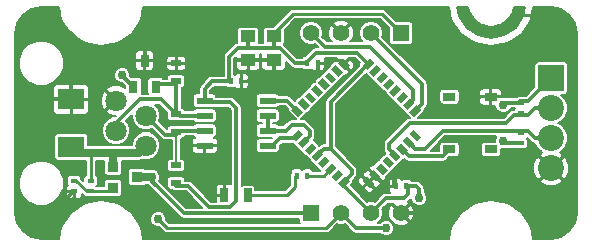
<source format=gbl>
G04 #@! TF.FileFunction,Copper,L4,Bot,Signal*
%FSLAX46Y46*%
G04 Gerber Fmt 4.6, Leading zero omitted, Abs format (unit mm)*
G04 Created by KiCad (PCBNEW 4.0.2+dfsg1-stable) date Mon 23 May 2016 01:08:44 AM EDT*
%MOMM*%
G01*
G04 APERTURE LIST*
%ADD10C,0.150000*%
%ADD11R,1.104900X0.698500*%
%ADD12R,0.800100X1.000760*%
%ADD13R,0.635000X1.143000*%
%ADD14R,1.397000X1.397000*%
%ADD15C,1.397000*%
%ADD16R,2.200000X2.200000*%
%ADD17C,2.200000*%
%ADD18R,1.399540X0.599440*%
%ADD19C,1.800000*%
%ADD20R,2.199640X1.800860*%
%ADD21R,0.914400X0.914400*%
%ADD22R,0.400000X0.600000*%
%ADD23R,0.600000X0.400000*%
%ADD24R,0.900000X0.500000*%
%ADD25R,1.250000X1.000000*%
%ADD26C,0.762000*%
%ADD27C,0.304800*%
%ADD28C,0.700000*%
%ADD29C,0.254000*%
%ADD30C,0.203200*%
%ADD31C,0.152400*%
%ADD32C,0.203000*%
G04 APERTURE END LIST*
D10*
D11*
X152368250Y-119068850D03*
X152368250Y-114611150D03*
X148875750Y-119068850D03*
X148875750Y-114611150D03*
D12*
X123063000Y-111549180D03*
X122110500Y-113748820D03*
X124015500Y-113748820D03*
D13*
X131810000Y-122936000D03*
X129810000Y-122936000D03*
D14*
X144780000Y-109220000D03*
D15*
X142240000Y-109220000D03*
X139700000Y-109220000D03*
X137160000Y-109220000D03*
D16*
X157480000Y-113030000D03*
D17*
X157480000Y-115570000D03*
X157480000Y-118110000D03*
X157480000Y-120650000D03*
D18*
X128143000Y-114935000D03*
X133477000Y-114935000D03*
X128143000Y-116205000D03*
X128143000Y-117475000D03*
X128143000Y-118745000D03*
X133477000Y-116205000D03*
X133477000Y-117475000D03*
X133477000Y-118745000D03*
D19*
X120650000Y-114935000D03*
X123190000Y-116205000D03*
X120650000Y-117475000D03*
X123190000Y-118745000D03*
D14*
X137160000Y-124460000D03*
D15*
X139700000Y-124460000D03*
X142240000Y-124460000D03*
X144780000Y-124460000D03*
D10*
G36*
X135857618Y-118374422D02*
X135475781Y-117992585D01*
X136076822Y-117391544D01*
X136458659Y-117773381D01*
X135857618Y-118374422D01*
X135857618Y-118374422D01*
G37*
G36*
X136423303Y-118940107D02*
X136041466Y-118558270D01*
X136642507Y-117957229D01*
X137024344Y-118339066D01*
X136423303Y-118940107D01*
X136423303Y-118940107D01*
G37*
G36*
X136988988Y-119505792D02*
X136607151Y-119123955D01*
X137208192Y-118522914D01*
X137590029Y-118904751D01*
X136988988Y-119505792D01*
X136988988Y-119505792D01*
G37*
G36*
X137554674Y-120071478D02*
X137172837Y-119689641D01*
X137773878Y-119088600D01*
X138155715Y-119470437D01*
X137554674Y-120071478D01*
X137554674Y-120071478D01*
G37*
G36*
X138120359Y-120637163D02*
X137738522Y-120255326D01*
X138339563Y-119654285D01*
X138721400Y-120036122D01*
X138120359Y-120637163D01*
X138120359Y-120637163D01*
G37*
G36*
X138686045Y-121202849D02*
X138304208Y-120821012D01*
X138905249Y-120219971D01*
X139287086Y-120601808D01*
X138686045Y-121202849D01*
X138686045Y-121202849D01*
G37*
G36*
X139251730Y-121768534D02*
X138869893Y-121386697D01*
X139470934Y-120785656D01*
X139852771Y-121167493D01*
X139251730Y-121768534D01*
X139251730Y-121768534D01*
G37*
G36*
X139817415Y-122334219D02*
X139435578Y-121952382D01*
X140036619Y-121351341D01*
X140418456Y-121733178D01*
X139817415Y-122334219D01*
X139817415Y-122334219D01*
G37*
G36*
X139817415Y-122334219D02*
X139435578Y-121952382D01*
X140036619Y-121351341D01*
X140418456Y-121733178D01*
X139817415Y-122334219D01*
X139817415Y-122334219D01*
G37*
G36*
X139251730Y-121768534D02*
X138869893Y-121386697D01*
X139470934Y-120785656D01*
X139852771Y-121167493D01*
X139251730Y-121768534D01*
X139251730Y-121768534D01*
G37*
G36*
X138686045Y-121202849D02*
X138304208Y-120821012D01*
X138905249Y-120219971D01*
X139287086Y-120601808D01*
X138686045Y-121202849D01*
X138686045Y-121202849D01*
G37*
G36*
X138120359Y-120637163D02*
X137738522Y-120255326D01*
X138339563Y-119654285D01*
X138721400Y-120036122D01*
X138120359Y-120637163D01*
X138120359Y-120637163D01*
G37*
G36*
X137554674Y-120071478D02*
X137172837Y-119689641D01*
X137773878Y-119088600D01*
X138155715Y-119470437D01*
X137554674Y-120071478D01*
X137554674Y-120071478D01*
G37*
G36*
X136988988Y-119505792D02*
X136607151Y-119123955D01*
X137208192Y-118522914D01*
X137590029Y-118904751D01*
X136988988Y-119505792D01*
X136988988Y-119505792D01*
G37*
G36*
X136423303Y-118940107D02*
X136041466Y-118558270D01*
X136642507Y-117957229D01*
X137024344Y-118339066D01*
X136423303Y-118940107D01*
X136423303Y-118940107D01*
G37*
G36*
X135857618Y-118374422D02*
X135475781Y-117992585D01*
X136076822Y-117391544D01*
X136458659Y-117773381D01*
X135857618Y-118374422D01*
X135857618Y-118374422D01*
G37*
G36*
X135857618Y-118374422D02*
X135475781Y-117992585D01*
X136076822Y-117391544D01*
X136458659Y-117773381D01*
X135857618Y-118374422D01*
X135857618Y-118374422D01*
G37*
G36*
X136423303Y-118940107D02*
X136041466Y-118558270D01*
X136642507Y-117957229D01*
X137024344Y-118339066D01*
X136423303Y-118940107D01*
X136423303Y-118940107D01*
G37*
G36*
X136988988Y-119505792D02*
X136607151Y-119123955D01*
X137208192Y-118522914D01*
X137590029Y-118904751D01*
X136988988Y-119505792D01*
X136988988Y-119505792D01*
G37*
G36*
X137554674Y-120071478D02*
X137172837Y-119689641D01*
X137773878Y-119088600D01*
X138155715Y-119470437D01*
X137554674Y-120071478D01*
X137554674Y-120071478D01*
G37*
G36*
X138120359Y-120637163D02*
X137738522Y-120255326D01*
X138339563Y-119654285D01*
X138721400Y-120036122D01*
X138120359Y-120637163D01*
X138120359Y-120637163D01*
G37*
G36*
X138686045Y-121202849D02*
X138304208Y-120821012D01*
X138905249Y-120219971D01*
X139287086Y-120601808D01*
X138686045Y-121202849D01*
X138686045Y-121202849D01*
G37*
G36*
X139251730Y-121768534D02*
X138869893Y-121386697D01*
X139470934Y-120785656D01*
X139852771Y-121167493D01*
X139251730Y-121768534D01*
X139251730Y-121768534D01*
G37*
G36*
X139817415Y-122334219D02*
X139435578Y-121952382D01*
X140036619Y-121351341D01*
X140418456Y-121733178D01*
X139817415Y-122334219D01*
X139817415Y-122334219D01*
G37*
G36*
X139817415Y-122334219D02*
X139435578Y-121952382D01*
X140036619Y-121351341D01*
X140418456Y-121733178D01*
X139817415Y-122334219D01*
X139817415Y-122334219D01*
G37*
G36*
X139251730Y-121768534D02*
X138869893Y-121386697D01*
X139470934Y-120785656D01*
X139852771Y-121167493D01*
X139251730Y-121768534D01*
X139251730Y-121768534D01*
G37*
G36*
X138686045Y-121202849D02*
X138304208Y-120821012D01*
X138905249Y-120219971D01*
X139287086Y-120601808D01*
X138686045Y-121202849D01*
X138686045Y-121202849D01*
G37*
G36*
X138120359Y-120637163D02*
X137738522Y-120255326D01*
X138339563Y-119654285D01*
X138721400Y-120036122D01*
X138120359Y-120637163D01*
X138120359Y-120637163D01*
G37*
G36*
X137554674Y-120071478D02*
X137172837Y-119689641D01*
X137773878Y-119088600D01*
X138155715Y-119470437D01*
X137554674Y-120071478D01*
X137554674Y-120071478D01*
G37*
G36*
X136988988Y-119505792D02*
X136607151Y-119123955D01*
X137208192Y-118522914D01*
X137590029Y-118904751D01*
X136988988Y-119505792D01*
X136988988Y-119505792D01*
G37*
G36*
X136423303Y-118940107D02*
X136041466Y-118558270D01*
X136642507Y-117957229D01*
X137024344Y-118339066D01*
X136423303Y-118940107D01*
X136423303Y-118940107D01*
G37*
G36*
X135857618Y-118374422D02*
X135475781Y-117992585D01*
X136076822Y-117391544D01*
X136458659Y-117773381D01*
X135857618Y-118374422D01*
X135857618Y-118374422D01*
G37*
G36*
X136076822Y-116288456D02*
X135475781Y-115687415D01*
X135857618Y-115305578D01*
X136458659Y-115906619D01*
X136076822Y-116288456D01*
X136076822Y-116288456D01*
G37*
G36*
X136642507Y-115722771D02*
X136041466Y-115121730D01*
X136423303Y-114739893D01*
X137024344Y-115340934D01*
X136642507Y-115722771D01*
X136642507Y-115722771D01*
G37*
G36*
X137208192Y-115157086D02*
X136607151Y-114556045D01*
X136988988Y-114174208D01*
X137590029Y-114775249D01*
X137208192Y-115157086D01*
X137208192Y-115157086D01*
G37*
G36*
X137773878Y-114591400D02*
X137172837Y-113990359D01*
X137554674Y-113608522D01*
X138155715Y-114209563D01*
X137773878Y-114591400D01*
X137773878Y-114591400D01*
G37*
G36*
X138339563Y-114025715D02*
X137738522Y-113424674D01*
X138120359Y-113042837D01*
X138721400Y-113643878D01*
X138339563Y-114025715D01*
X138339563Y-114025715D01*
G37*
G36*
X138905249Y-113460029D02*
X138304208Y-112858988D01*
X138686045Y-112477151D01*
X139287086Y-113078192D01*
X138905249Y-113460029D01*
X138905249Y-113460029D01*
G37*
G36*
X139470934Y-112894344D02*
X138869893Y-112293303D01*
X139251730Y-111911466D01*
X139852771Y-112512507D01*
X139470934Y-112894344D01*
X139470934Y-112894344D01*
G37*
G36*
X140036619Y-112328659D02*
X139435578Y-111727618D01*
X139817415Y-111345781D01*
X140418456Y-111946822D01*
X140036619Y-112328659D01*
X140036619Y-112328659D01*
G37*
G36*
X141903381Y-112328659D02*
X141521544Y-111946822D01*
X142122585Y-111345781D01*
X142504422Y-111727618D01*
X141903381Y-112328659D01*
X141903381Y-112328659D01*
G37*
G36*
X142469066Y-112894344D02*
X142087229Y-112512507D01*
X142688270Y-111911466D01*
X143070107Y-112293303D01*
X142469066Y-112894344D01*
X142469066Y-112894344D01*
G37*
G36*
X143034751Y-113460029D02*
X142652914Y-113078192D01*
X143253955Y-112477151D01*
X143635792Y-112858988D01*
X143034751Y-113460029D01*
X143034751Y-113460029D01*
G37*
G36*
X143600437Y-114025715D02*
X143218600Y-113643878D01*
X143819641Y-113042837D01*
X144201478Y-113424674D01*
X143600437Y-114025715D01*
X143600437Y-114025715D01*
G37*
G36*
X144166122Y-114591400D02*
X143784285Y-114209563D01*
X144385326Y-113608522D01*
X144767163Y-113990359D01*
X144166122Y-114591400D01*
X144166122Y-114591400D01*
G37*
G36*
X144731808Y-115157086D02*
X144349971Y-114775249D01*
X144951012Y-114174208D01*
X145332849Y-114556045D01*
X144731808Y-115157086D01*
X144731808Y-115157086D01*
G37*
G36*
X145297493Y-115722771D02*
X144915656Y-115340934D01*
X145516697Y-114739893D01*
X145898534Y-115121730D01*
X145297493Y-115722771D01*
X145297493Y-115722771D01*
G37*
G36*
X145863178Y-116288456D02*
X145481341Y-115906619D01*
X146082382Y-115305578D01*
X146464219Y-115687415D01*
X145863178Y-116288456D01*
X145863178Y-116288456D01*
G37*
G36*
X146082382Y-118374422D02*
X145481341Y-117773381D01*
X145863178Y-117391544D01*
X146464219Y-117992585D01*
X146082382Y-118374422D01*
X146082382Y-118374422D01*
G37*
G36*
X145516697Y-118940107D02*
X144915656Y-118339066D01*
X145297493Y-117957229D01*
X145898534Y-118558270D01*
X145516697Y-118940107D01*
X145516697Y-118940107D01*
G37*
G36*
X144951012Y-119505792D02*
X144349971Y-118904751D01*
X144731808Y-118522914D01*
X145332849Y-119123955D01*
X144951012Y-119505792D01*
X144951012Y-119505792D01*
G37*
G36*
X144385326Y-120071478D02*
X143784285Y-119470437D01*
X144166122Y-119088600D01*
X144767163Y-119689641D01*
X144385326Y-120071478D01*
X144385326Y-120071478D01*
G37*
G36*
X143819641Y-120637163D02*
X143218600Y-120036122D01*
X143600437Y-119654285D01*
X144201478Y-120255326D01*
X143819641Y-120637163D01*
X143819641Y-120637163D01*
G37*
G36*
X143253955Y-121202849D02*
X142652914Y-120601808D01*
X143034751Y-120219971D01*
X143635792Y-120821012D01*
X143253955Y-121202849D01*
X143253955Y-121202849D01*
G37*
G36*
X142688270Y-121768534D02*
X142087229Y-121167493D01*
X142469066Y-120785656D01*
X143070107Y-121386697D01*
X142688270Y-121768534D01*
X142688270Y-121768534D01*
G37*
G36*
X142122585Y-122334219D02*
X141521544Y-121733178D01*
X141903381Y-121351341D01*
X142504422Y-121952382D01*
X142122585Y-122334219D01*
X142122585Y-122334219D01*
G37*
D20*
X116840000Y-114833400D03*
X116840000Y-118846600D03*
D21*
X120396000Y-120523000D03*
X120396000Y-122301000D03*
X122428000Y-121412000D03*
D22*
X130360000Y-113284000D03*
X131260000Y-113284000D03*
X136837000Y-111760000D03*
X137737000Y-111760000D03*
X135948000Y-121285000D03*
X136848000Y-121285000D03*
D23*
X154940000Y-118560000D03*
X154940000Y-117660000D03*
X154940000Y-115120000D03*
X154940000Y-116020000D03*
X118491000Y-121724000D03*
X118491000Y-122624000D03*
X117094000Y-121724000D03*
X117094000Y-122624000D03*
D22*
X145230000Y-122174000D03*
X144330000Y-122174000D03*
D24*
X125730000Y-111772000D03*
X125730000Y-113272000D03*
X125730000Y-116090000D03*
X125730000Y-117590000D03*
X125730000Y-120408000D03*
X125730000Y-121908000D03*
D25*
X133985000Y-109490000D03*
X133985000Y-111490000D03*
X131826000Y-109490000D03*
X131826000Y-111490000D03*
D26*
X123698000Y-121412000D03*
X146304000Y-123190000D03*
X157480000Y-108204000D03*
X158750000Y-109474000D03*
X149352000Y-112268000D03*
X150622000Y-112268000D03*
X150622000Y-110998000D03*
X149352000Y-110998000D03*
X119380000Y-112522000D03*
X148082000Y-125730000D03*
X123444000Y-108204000D03*
X124968000Y-108204000D03*
X126492000Y-108204000D03*
X128016000Y-108204000D03*
X129540000Y-108204000D03*
X114554000Y-125730000D03*
X113538000Y-124714000D03*
X113792000Y-109220000D03*
X114808000Y-108204000D03*
X114300000Y-119380000D03*
X113284000Y-118364000D03*
X114300000Y-117348000D03*
X113284000Y-116332000D03*
X114300000Y-115316000D03*
X113284000Y-114300000D03*
X120904000Y-111252000D03*
X117856000Y-111252000D03*
X119380000Y-111252000D03*
X128270000Y-120142000D03*
X129032000Y-120904000D03*
X128270000Y-121666000D03*
X129794000Y-121666000D03*
X129794000Y-120142000D03*
X141986000Y-119126000D03*
X140716000Y-119126000D03*
X145034000Y-120904000D03*
X135636000Y-113284000D03*
X134366000Y-113284000D03*
X133096000Y-113284000D03*
X157480000Y-125730000D03*
X158750000Y-124460000D03*
X135890000Y-110617000D03*
X153416000Y-118364000D03*
X153416000Y-115316000D03*
X143510000Y-125730000D03*
X124206000Y-124968000D03*
X121158000Y-112776000D03*
D27*
X124079000Y-122174000D02*
X123698000Y-121793000D01*
X137160000Y-124460000D02*
X126365000Y-124460000D01*
X126365000Y-124460000D02*
X124079000Y-122174000D01*
X123698000Y-121793000D02*
X123698000Y-121412000D01*
D28*
X123698000Y-121412000D02*
X122428000Y-121412000D01*
D27*
X148301000Y-117510000D02*
X154940000Y-117510000D01*
X145407095Y-118448668D02*
X145957427Y-118999000D01*
X146812000Y-118999000D02*
X148301000Y-117510000D01*
X145957427Y-118999000D02*
X146812000Y-118999000D01*
X154940000Y-117510000D02*
X155483000Y-117510000D01*
X156083000Y-118110000D02*
X157480000Y-118110000D01*
X155483000Y-117510000D02*
X156083000Y-118110000D01*
X147701000Y-116840000D02*
X153670000Y-116840000D01*
X143764000Y-118618000D02*
X145542000Y-116840000D01*
X143764000Y-118618000D02*
X143764000Y-119068315D01*
X144275724Y-119580039D02*
X143764000Y-119068315D01*
X145542000Y-116840000D02*
X147701000Y-116840000D01*
X154340000Y-116170000D02*
X154940000Y-116170000D01*
X153670000Y-116840000D02*
X154340000Y-116170000D01*
X154940000Y-116170000D02*
X155483000Y-116170000D01*
X156083000Y-115570000D02*
X157480000Y-115570000D01*
X155483000Y-116170000D02*
X156083000Y-115570000D01*
X142240000Y-109220000D02*
X146558000Y-113538000D01*
X146558000Y-115211797D02*
X145972780Y-115797017D01*
X146558000Y-113538000D02*
X146558000Y-115211797D01*
X137160000Y-109220000D02*
X138303000Y-110363000D01*
X145796000Y-114842427D02*
X145407095Y-115231332D01*
X145796000Y-114046000D02*
X145796000Y-114842427D01*
X142113000Y-110363000D02*
X145796000Y-114046000D01*
X138303000Y-110363000D02*
X142113000Y-110363000D01*
X125730000Y-122158000D02*
X126730000Y-122158000D01*
X130302000Y-115062000D02*
X128016000Y-115062000D01*
X130810000Y-115570000D02*
X130302000Y-115062000D01*
X130810000Y-123444000D02*
X130810000Y-115570000D01*
X130302000Y-123952000D02*
X130810000Y-123444000D01*
X128524000Y-123952000D02*
X130302000Y-123952000D01*
X126730000Y-122158000D02*
X128524000Y-123952000D01*
X128016000Y-115062000D02*
X128270000Y-115062000D01*
X128270000Y-115062000D02*
X128143000Y-114935000D01*
X145380000Y-122174000D02*
X145380000Y-122844000D01*
X145380000Y-122844000D02*
X145034000Y-123190000D01*
X145034000Y-123190000D02*
X143510000Y-123190000D01*
X143510000Y-123190000D02*
X142240000Y-124460000D01*
X146050000Y-122174000D02*
X145380000Y-122174000D01*
X146304000Y-122428000D02*
X146050000Y-122174000D01*
X146304000Y-123190000D02*
X146304000Y-122428000D01*
D29*
X133985000Y-109240000D02*
X135656000Y-107569000D01*
X143129000Y-107569000D02*
X144780000Y-109220000D01*
X135656000Y-107569000D02*
X143129000Y-107569000D01*
D27*
X133985000Y-109240000D02*
X133985000Y-110490000D01*
X133985000Y-110490000D02*
X133985000Y-110363000D01*
X133985000Y-110363000D02*
X133985000Y-110490000D01*
X131826000Y-109240000D02*
X131826000Y-110490000D01*
X131826000Y-110490000D02*
X131826000Y-110363000D01*
X131826000Y-110363000D02*
X131826000Y-110490000D01*
X136687000Y-111760000D02*
X135763000Y-111760000D01*
X130210000Y-111217000D02*
X130210000Y-113284000D01*
X130937000Y-110490000D02*
X130210000Y-111217000D01*
X134493000Y-110490000D02*
X133985000Y-110490000D01*
X133985000Y-110490000D02*
X131826000Y-110490000D01*
X131826000Y-110490000D02*
X130937000Y-110490000D01*
X135763000Y-111760000D02*
X134493000Y-110490000D01*
X125730000Y-122158000D02*
X126000000Y-122158000D01*
X128651000Y-114935000D02*
X128143000Y-114935000D01*
X130210000Y-113284000D02*
X128778000Y-113284000D01*
X128143000Y-113919000D02*
X128143000Y-114935000D01*
X128778000Y-113284000D02*
X128143000Y-113919000D01*
X128143000Y-114935000D02*
X128524000Y-114935000D01*
X141046763Y-110871000D02*
X137576000Y-110871000D01*
X137576000Y-110871000D02*
X136687000Y-111760000D01*
X142012983Y-111837220D02*
X141046763Y-110871000D01*
X127762000Y-114935000D02*
X128143000Y-114935000D01*
X139927017Y-121842780D02*
X139927017Y-122147017D01*
X139927017Y-122147017D02*
X142240000Y-124460000D01*
X138811000Y-118999000D02*
X138811000Y-115039203D01*
X138811000Y-115039203D02*
X142012983Y-111837220D01*
X137664276Y-119580039D02*
X138245315Y-118999000D01*
X138245315Y-118999000D02*
X138811000Y-118999000D01*
X140589000Y-121180797D02*
X139927017Y-121842780D01*
X140589000Y-120777000D02*
X140589000Y-121180797D01*
X138811000Y-118999000D02*
X140589000Y-120777000D01*
D29*
X157480000Y-108204000D02*
X156972000Y-107696000D01*
X156972000Y-107696000D02*
X154432000Y-107696000D01*
D27*
X154178000Y-110998000D02*
X155702000Y-109474000D01*
X155702000Y-109474000D02*
X158750000Y-109474000D01*
X150622000Y-110998000D02*
X154178000Y-110998000D01*
X150622000Y-112268000D02*
X150622000Y-110998000D01*
X149352000Y-112268000D02*
X149352000Y-110998000D01*
X119380000Y-111252000D02*
X119380000Y-112522000D01*
X144780000Y-124460000D02*
X146812000Y-124460000D01*
X146812000Y-124460000D02*
X148082000Y-125730000D01*
X123444000Y-108204000D02*
X123063000Y-108585000D01*
X124968000Y-108204000D02*
X126492000Y-108204000D01*
X128016000Y-108204000D02*
X130048000Y-108204000D01*
X129540000Y-108204000D02*
X130048000Y-108204000D01*
X123063000Y-108585000D02*
X123063000Y-111549180D01*
X117094000Y-122624000D02*
X115004000Y-124714000D01*
X115004000Y-124714000D02*
X113538000Y-124714000D01*
X116840000Y-109220000D02*
X113792000Y-109220000D01*
X117856000Y-110236000D02*
X117856000Y-111252000D01*
X117856000Y-110236000D02*
X116840000Y-109220000D01*
X116840000Y-114833400D02*
X113817400Y-114833400D01*
X114300000Y-117348000D02*
X113284000Y-118364000D01*
X114300000Y-115316000D02*
X113284000Y-116332000D01*
X113817400Y-114833400D02*
X113284000Y-114300000D01*
X116840000Y-114833400D02*
X116840000Y-112776000D01*
X116840000Y-112776000D02*
X117856000Y-111760000D01*
X117856000Y-111760000D02*
X117856000Y-111252000D01*
X119380000Y-111252000D02*
X120904000Y-111252000D01*
D30*
X129032000Y-120904000D02*
X128270000Y-121666000D01*
X129032000Y-120904000D02*
X128270000Y-120142000D01*
D27*
X140716000Y-119126000D02*
X141986000Y-119126000D01*
X144180000Y-122174000D02*
X144180000Y-121631000D01*
X144907000Y-120904000D02*
X145034000Y-120904000D01*
X144180000Y-121631000D02*
X144907000Y-120904000D01*
X133985000Y-111740000D02*
X133985000Y-112395000D01*
X134366000Y-113284000D02*
X135636000Y-113284000D01*
X133985000Y-112395000D02*
X133096000Y-113284000D01*
X157480000Y-120650000D02*
X158750000Y-121920000D01*
X158750000Y-124460000D02*
X158750000Y-123190000D01*
X157480000Y-125730000D02*
X158750000Y-124460000D01*
X158750000Y-121920000D02*
X158750000Y-123190000D01*
D29*
X139927017Y-111837220D02*
X139595797Y-111506000D01*
X138557000Y-111760000D02*
X137887000Y-111760000D01*
X138811000Y-111506000D02*
X138557000Y-111760000D01*
X139595797Y-111506000D02*
X138811000Y-111506000D01*
D27*
X154940000Y-118560000D02*
X153612000Y-118560000D01*
X153612000Y-118560000D02*
X153416000Y-118364000D01*
X154940000Y-115120000D02*
X153612000Y-115120000D01*
X153612000Y-115120000D02*
X153416000Y-115316000D01*
X139700000Y-124460000D02*
X140970000Y-125730000D01*
X140970000Y-125730000D02*
X143510000Y-125730000D01*
D29*
X139700000Y-124460000D02*
X138430000Y-125730000D01*
X124968000Y-125730000D02*
X124206000Y-124968000D01*
X138430000Y-125730000D02*
X124968000Y-125730000D01*
D27*
X154848000Y-114970000D02*
X154940000Y-114970000D01*
X154940000Y-114970000D02*
X155540000Y-114970000D01*
X155540000Y-114970000D02*
X157480000Y-113030000D01*
D29*
X135798000Y-121285000D02*
X135798000Y-122266000D01*
X135128000Y-122936000D02*
X131810000Y-122936000D01*
X135798000Y-122266000D02*
X135128000Y-122936000D01*
X118491000Y-121724000D02*
X118491000Y-119380000D01*
X118491000Y-119380000D02*
X118491000Y-119507000D01*
X118491000Y-119507000D02*
X118491000Y-119380000D01*
D28*
X120396000Y-120523000D02*
X120396000Y-119380000D01*
X120396000Y-119380000D02*
X120396000Y-119634000D01*
X120396000Y-119634000D02*
X120396000Y-119380000D01*
X123190000Y-118745000D02*
X122555000Y-119380000D01*
X122555000Y-119380000D02*
X120396000Y-119380000D01*
X120396000Y-119380000D02*
X118491000Y-119380000D01*
X118491000Y-119380000D02*
X117373400Y-119380000D01*
X117373400Y-119380000D02*
X116840000Y-118846600D01*
D27*
X122110500Y-113748820D02*
X121158000Y-112796320D01*
X121158000Y-112796320D02*
X121158000Y-112776000D01*
D31*
X125730000Y-117840000D02*
X125730000Y-120158000D01*
D27*
X123190000Y-116205000D02*
X124825000Y-117840000D01*
X124825000Y-117840000D02*
X125730000Y-117840000D01*
X125730000Y-117840000D02*
X126095000Y-117475000D01*
X126095000Y-117475000D02*
X128143000Y-117475000D01*
X124015500Y-113748820D02*
X124242320Y-113522000D01*
X124242320Y-113522000D02*
X125730000Y-113522000D01*
X125730000Y-115840000D02*
X125730000Y-113522000D01*
X125730000Y-115840000D02*
X126095000Y-116205000D01*
X126095000Y-116205000D02*
X128143000Y-116205000D01*
X120650000Y-117475000D02*
X120650000Y-116840000D01*
D29*
X125492000Y-115840000D02*
X125730000Y-115840000D01*
D27*
X124460000Y-114808000D02*
X125492000Y-115840000D01*
X122682000Y-114808000D02*
X124460000Y-114808000D01*
X120650000Y-116840000D02*
X122682000Y-114808000D01*
D29*
X118491000Y-122624000D02*
X120073000Y-122624000D01*
X120073000Y-122624000D02*
X120396000Y-122301000D01*
X117094000Y-121724000D02*
X117279000Y-121724000D01*
X117279000Y-121724000D02*
X118179000Y-122624000D01*
X118179000Y-122624000D02*
X118491000Y-122624000D01*
X136998000Y-121285000D02*
X138222057Y-121285000D01*
X138222057Y-121285000D02*
X138795647Y-120711410D01*
D27*
X148875750Y-119068850D02*
X148310600Y-119634000D01*
X145461057Y-119634000D02*
X144841410Y-119014353D01*
X148310600Y-119634000D02*
X145461057Y-119634000D01*
X135105203Y-114935000D02*
X135967220Y-115797017D01*
X133477000Y-114935000D02*
X135105203Y-114935000D01*
X137033000Y-117948573D02*
X136532905Y-118448668D01*
X137033000Y-117475000D02*
X137033000Y-117948573D01*
X136525000Y-116967000D02*
X137033000Y-117475000D01*
X135509000Y-116967000D02*
X136525000Y-116967000D01*
X135001000Y-117475000D02*
X135509000Y-116967000D01*
X133477000Y-117475000D02*
X133477000Y-116205000D01*
X133477000Y-117475000D02*
X135001000Y-117475000D01*
X133477000Y-118745000D02*
X133858000Y-118745000D01*
X135740203Y-118110000D02*
X135967220Y-117882983D01*
X134493000Y-118110000D02*
X135740203Y-118110000D01*
X133858000Y-118745000D02*
X134493000Y-118110000D01*
D32*
G36*
X116001834Y-108079282D02*
X116794464Y-109265536D01*
X117980718Y-110058166D01*
X119380000Y-110336500D01*
X120779282Y-110058166D01*
X121965536Y-109265536D01*
X122758166Y-108079282D01*
X122965986Y-107034500D01*
X148814014Y-107034500D01*
X149021834Y-108079282D01*
X149814464Y-109265536D01*
X151000718Y-110058166D01*
X152400000Y-110336500D01*
X153799282Y-110058166D01*
X154985536Y-109265536D01*
X155778166Y-108079282D01*
X155985986Y-107034500D01*
X157445086Y-107034500D01*
X158313695Y-107207277D01*
X159020471Y-107679529D01*
X159492723Y-108386304D01*
X159665500Y-109254914D01*
X159665500Y-124425086D01*
X159492723Y-125293696D01*
X159020471Y-126000471D01*
X158313695Y-126472723D01*
X157445086Y-126645500D01*
X155985986Y-126645500D01*
X155778166Y-125600718D01*
X154985536Y-124414464D01*
X153799282Y-123621834D01*
X152400000Y-123343500D01*
X151000718Y-123621834D01*
X149814464Y-124414464D01*
X149021834Y-125600718D01*
X148814014Y-126645500D01*
X122965986Y-126645500D01*
X122758166Y-125600718D01*
X121965536Y-124414464D01*
X120779282Y-123621834D01*
X119380000Y-123343500D01*
X117980718Y-123621834D01*
X116794464Y-124414464D01*
X116001834Y-125600718D01*
X115794014Y-126645500D01*
X114334914Y-126645500D01*
X113466304Y-126472723D01*
X112759529Y-126000471D01*
X112287277Y-125293695D01*
X112114500Y-124425086D01*
X112114500Y-122297166D01*
X112395170Y-122297166D01*
X112684502Y-122997403D01*
X113219779Y-123533615D01*
X113919510Y-123824168D01*
X114677166Y-123824830D01*
X115377403Y-123535498D01*
X115913615Y-123000221D01*
X116006459Y-122776625D01*
X116387500Y-122776625D01*
X116387500Y-122904858D01*
X116449386Y-123054264D01*
X116563736Y-123168614D01*
X116713142Y-123230500D01*
X116941375Y-123230500D01*
X117043000Y-123128875D01*
X117043000Y-122675000D01*
X116489125Y-122675000D01*
X116387500Y-122776625D01*
X116006459Y-122776625D01*
X116204168Y-122300490D01*
X116204830Y-121542834D01*
X115915498Y-120842597D01*
X115380221Y-120306385D01*
X114680490Y-120015832D01*
X113922834Y-120015170D01*
X113222597Y-120304502D01*
X112686385Y-120839779D01*
X112395832Y-121539510D01*
X112395170Y-122297166D01*
X112114500Y-122297166D01*
X112114500Y-117946170D01*
X115429715Y-117946170D01*
X115429715Y-119747030D01*
X115450947Y-119859871D01*
X115517636Y-119963508D01*
X115619392Y-120033035D01*
X115740180Y-120057495D01*
X117939820Y-120057495D01*
X118052661Y-120036263D01*
X118055401Y-120034500D01*
X118059500Y-120034500D01*
X118059500Y-121246774D01*
X117974522Y-121301456D01*
X117904995Y-121403212D01*
X117880535Y-121524000D01*
X117880535Y-121715301D01*
X117704465Y-121539231D01*
X117704465Y-121524000D01*
X117683233Y-121411159D01*
X117616544Y-121307522D01*
X117514788Y-121237995D01*
X117394000Y-121213535D01*
X116794000Y-121213535D01*
X116681159Y-121234767D01*
X116577522Y-121301456D01*
X116507995Y-121403212D01*
X116483535Y-121524000D01*
X116483535Y-121924000D01*
X116504767Y-122036841D01*
X116544514Y-122098608D01*
X116449386Y-122193736D01*
X116387500Y-122343142D01*
X116387500Y-122471375D01*
X116489125Y-122573000D01*
X117043000Y-122573000D01*
X117043000Y-122553000D01*
X117145000Y-122553000D01*
X117145000Y-122573000D01*
X117165000Y-122573000D01*
X117165000Y-122675000D01*
X117145000Y-122675000D01*
X117145000Y-123128875D01*
X117246625Y-123230500D01*
X117474858Y-123230500D01*
X117624264Y-123168614D01*
X117738614Y-123054264D01*
X117800500Y-122904858D01*
X117800500Y-122855733D01*
X117873881Y-122929114D01*
X117873883Y-122929117D01*
X117914080Y-122955975D01*
X117968456Y-123040478D01*
X118070212Y-123110005D01*
X118191000Y-123134465D01*
X118791000Y-123134465D01*
X118903841Y-123113233D01*
X118993560Y-123055500D01*
X119873789Y-123055500D01*
X119938800Y-123068665D01*
X120853200Y-123068665D01*
X120966041Y-123047433D01*
X121069678Y-122980744D01*
X121139205Y-122878988D01*
X121163665Y-122758200D01*
X121163665Y-121843800D01*
X121142433Y-121730959D01*
X121075744Y-121627322D01*
X120973988Y-121557795D01*
X120853200Y-121533335D01*
X119938800Y-121533335D01*
X119825959Y-121554567D01*
X119722322Y-121621256D01*
X119652795Y-121723012D01*
X119628335Y-121843800D01*
X119628335Y-122192500D01*
X118991559Y-122192500D01*
X118964642Y-122174109D01*
X119007478Y-122146544D01*
X119077005Y-122044788D01*
X119101465Y-121924000D01*
X119101465Y-121524000D01*
X119080233Y-121411159D01*
X119013544Y-121307522D01*
X118922500Y-121245314D01*
X118922500Y-120034500D01*
X119634673Y-120034500D01*
X119628335Y-120065800D01*
X119628335Y-120980200D01*
X119649567Y-121093041D01*
X119716256Y-121196678D01*
X119818012Y-121266205D01*
X119938800Y-121290665D01*
X120853200Y-121290665D01*
X120966041Y-121269433D01*
X121069678Y-121202744D01*
X121139205Y-121100988D01*
X121163665Y-120980200D01*
X121163665Y-120954800D01*
X121660335Y-120954800D01*
X121660335Y-121869200D01*
X121681567Y-121982041D01*
X121748256Y-122085678D01*
X121850012Y-122155205D01*
X121970800Y-122179665D01*
X122885200Y-122179665D01*
X122998041Y-122158433D01*
X123101678Y-122091744D01*
X123118927Y-122066500D01*
X123341797Y-122066500D01*
X123374923Y-122116077D01*
X126041923Y-124783077D01*
X126190151Y-124882121D01*
X126365000Y-124916900D01*
X136151035Y-124916900D01*
X136151035Y-125158500D01*
X136172267Y-125271341D01*
X136189743Y-125298500D01*
X125146733Y-125298500D01*
X124891435Y-125043201D01*
X124891619Y-124832244D01*
X124787478Y-124580203D01*
X124594812Y-124387200D01*
X124342953Y-124282619D01*
X124070244Y-124282381D01*
X123818203Y-124386522D01*
X123625200Y-124579188D01*
X123520619Y-124831047D01*
X123520381Y-125103756D01*
X123624522Y-125355797D01*
X123817188Y-125548800D01*
X124069047Y-125653381D01*
X124281333Y-125653566D01*
X124662881Y-126035114D01*
X124662883Y-126035117D01*
X124720229Y-126073434D01*
X124802872Y-126128654D01*
X124968000Y-126161501D01*
X124968005Y-126161500D01*
X138429995Y-126161500D01*
X138430000Y-126161501D01*
X138595128Y-126128654D01*
X138735117Y-126035117D01*
X139363802Y-125406431D01*
X139499616Y-125462826D01*
X139898634Y-125463174D01*
X140010711Y-125416865D01*
X140646923Y-126053077D01*
X140795151Y-126152121D01*
X140970000Y-126186900D01*
X142997504Y-126186900D01*
X143121188Y-126310800D01*
X143373047Y-126415381D01*
X143645756Y-126415619D01*
X143897797Y-126311478D01*
X144090800Y-126118812D01*
X144195381Y-125866953D01*
X144195619Y-125594244D01*
X144091478Y-125342203D01*
X144030755Y-125281373D01*
X144092161Y-125219967D01*
X144159712Y-125400520D01*
X144566850Y-125566301D01*
X145006438Y-125563658D01*
X145400288Y-125400520D01*
X145467840Y-125219965D01*
X144780000Y-124532125D01*
X144765858Y-124546267D01*
X144693733Y-124474142D01*
X144707875Y-124460000D01*
X144852125Y-124460000D01*
X145539965Y-125147840D01*
X145720520Y-125080288D01*
X145886301Y-124673150D01*
X145883658Y-124233562D01*
X145720520Y-123839712D01*
X145539965Y-123772160D01*
X144852125Y-124460000D01*
X144707875Y-124460000D01*
X144020035Y-123772160D01*
X143839480Y-123839712D01*
X143673699Y-124246850D01*
X143676342Y-124686438D01*
X143839480Y-125080288D01*
X144020033Y-125147839D01*
X143958690Y-125209182D01*
X143898812Y-125149200D01*
X143646953Y-125044619D01*
X143374244Y-125044381D01*
X143122203Y-125148522D01*
X142997407Y-125273100D01*
X142845176Y-125273100D01*
X143089806Y-125028896D01*
X143242826Y-124660384D01*
X143243174Y-124261366D01*
X143196865Y-124149289D01*
X143699254Y-123646900D01*
X144112040Y-123646900D01*
X144092160Y-123700035D01*
X144780000Y-124387875D01*
X145467840Y-123700035D01*
X145400288Y-123519480D01*
X145365030Y-123505124D01*
X145618446Y-123251708D01*
X145618381Y-123325756D01*
X145722522Y-123577797D01*
X145915188Y-123770800D01*
X146167047Y-123875381D01*
X146439756Y-123875619D01*
X146691797Y-123771478D01*
X146884800Y-123578812D01*
X146989381Y-123326953D01*
X146989619Y-123054244D01*
X146885478Y-122802203D01*
X146760900Y-122677407D01*
X146760900Y-122428000D01*
X146737659Y-122311159D01*
X146726121Y-122253151D01*
X146627077Y-122104923D01*
X146373077Y-121850923D01*
X146224848Y-121751879D01*
X146050000Y-121717100D01*
X145690882Y-121717100D01*
X145679677Y-121699687D01*
X156502438Y-121699687D01*
X156618912Y-121921953D01*
X157171214Y-122154655D01*
X157770525Y-122158288D01*
X158325607Y-121932296D01*
X158341088Y-121921953D01*
X158457562Y-121699687D01*
X157480000Y-120722125D01*
X156502438Y-121699687D01*
X145679677Y-121699687D01*
X145652544Y-121657522D01*
X145550788Y-121587995D01*
X145430000Y-121563535D01*
X145030000Y-121563535D01*
X144917159Y-121584767D01*
X144855392Y-121624514D01*
X144760264Y-121529386D01*
X144610858Y-121467500D01*
X144482625Y-121467500D01*
X144381000Y-121569125D01*
X144381000Y-122123000D01*
X144401000Y-122123000D01*
X144401000Y-122225000D01*
X144381000Y-122225000D01*
X144381000Y-122245000D01*
X144279000Y-122245000D01*
X144279000Y-122225000D01*
X143825125Y-122225000D01*
X143723500Y-122326625D01*
X143723500Y-122554858D01*
X143785386Y-122704264D01*
X143814222Y-122733100D01*
X143510000Y-122733100D01*
X143335151Y-122767879D01*
X143186923Y-122866923D01*
X142550816Y-123503030D01*
X142440384Y-123457174D01*
X142041366Y-123456826D01*
X141929289Y-123503135D01*
X140711494Y-122285340D01*
X141642547Y-122285340D01*
X141642547Y-122429060D01*
X141777970Y-122564483D01*
X141892321Y-122678833D01*
X142041727Y-122740719D01*
X142203442Y-122740719D01*
X142352848Y-122678833D01*
X142493020Y-122538661D01*
X142493020Y-122394942D01*
X142012983Y-121914905D01*
X141642547Y-122285340D01*
X140711494Y-122285340D01*
X140508426Y-122082272D01*
X140637988Y-121952710D01*
X140702765Y-121857906D01*
X140728891Y-121737467D01*
X140720908Y-121695043D01*
X140763630Y-121652321D01*
X141115044Y-121652321D01*
X141115044Y-121814036D01*
X141176930Y-121963442D01*
X141291280Y-122077793D01*
X141426703Y-122213216D01*
X141570423Y-122213216D01*
X141940858Y-121842780D01*
X142085108Y-121842780D01*
X142565145Y-122322817D01*
X142708864Y-122322817D01*
X142849036Y-122182645D01*
X142869391Y-122133503D01*
X142918533Y-122113148D01*
X143058705Y-121972976D01*
X143058705Y-121829257D01*
X143022590Y-121793142D01*
X143723500Y-121793142D01*
X143723500Y-122021375D01*
X143825125Y-122123000D01*
X144279000Y-122123000D01*
X144279000Y-121569125D01*
X144177375Y-121467500D01*
X144049142Y-121467500D01*
X143899736Y-121529386D01*
X143785386Y-121643736D01*
X143723500Y-121793142D01*
X143022590Y-121793142D01*
X142578668Y-121349220D01*
X142455544Y-121472344D01*
X142455543Y-121472344D01*
X142208232Y-121719655D01*
X142208232Y-121719656D01*
X142085108Y-121842780D01*
X141940858Y-121842780D01*
X141460821Y-121362743D01*
X141317102Y-121362743D01*
X141176930Y-121502915D01*
X141115044Y-121652321D01*
X140763630Y-121652321D01*
X140912077Y-121503874D01*
X141011121Y-121355646D01*
X141045900Y-121180797D01*
X141045900Y-121146899D01*
X141532946Y-121146899D01*
X141532946Y-121290618D01*
X142012983Y-121770655D01*
X142136107Y-121647531D01*
X142136108Y-121647531D01*
X142383419Y-121400220D01*
X142383419Y-121400219D01*
X142506543Y-121277095D01*
X142026506Y-120797058D01*
X141882787Y-120797058D01*
X141742615Y-120937230D01*
X141722260Y-120986372D01*
X141673118Y-121006727D01*
X141532946Y-121146899D01*
X141045900Y-121146899D01*
X141045900Y-120777000D01*
X141011121Y-120602152D01*
X140912077Y-120453923D01*
X139267900Y-118809746D01*
X139267900Y-115228457D01*
X141826475Y-112669882D01*
X141867697Y-112732039D01*
X142249534Y-113113876D01*
X142344338Y-113178653D01*
X142362948Y-113182690D01*
X142365268Y-113195018D01*
X142433382Y-113297724D01*
X142815219Y-113679561D01*
X142910023Y-113744338D01*
X142928634Y-113748375D01*
X142930954Y-113760704D01*
X142999068Y-113863410D01*
X143380905Y-114245247D01*
X143475709Y-114310024D01*
X143494319Y-114314061D01*
X143496639Y-114326389D01*
X143564753Y-114429095D01*
X143946590Y-114810932D01*
X144041394Y-114875709D01*
X144060005Y-114879746D01*
X144062325Y-114892075D01*
X144130439Y-114994781D01*
X144512276Y-115376618D01*
X144607080Y-115441395D01*
X144625690Y-115445432D01*
X144628010Y-115457760D01*
X144696124Y-115560466D01*
X145077961Y-115942303D01*
X145172765Y-116007080D01*
X145191375Y-116011117D01*
X145193695Y-116023445D01*
X145261809Y-116126151D01*
X145522614Y-116386956D01*
X145367152Y-116417879D01*
X145218923Y-116516923D01*
X143440923Y-118294923D01*
X143341879Y-118443152D01*
X143307100Y-118618000D01*
X143307100Y-119068315D01*
X143341879Y-119243163D01*
X143440923Y-119391392D01*
X143443062Y-119393531D01*
X143380905Y-119434753D01*
X142999068Y-119816590D01*
X142934291Y-119911394D01*
X142930254Y-119930005D01*
X142917925Y-119932325D01*
X142815219Y-120000439D01*
X142436502Y-120379156D01*
X142388209Y-120379156D01*
X142238803Y-120441042D01*
X142098631Y-120581214D01*
X142098631Y-120724933D01*
X142578668Y-121204970D01*
X142592810Y-121190828D01*
X142664935Y-121262953D01*
X142650793Y-121277095D01*
X143130830Y-121757132D01*
X143274549Y-121757132D01*
X143414721Y-121616960D01*
X143476607Y-121467554D01*
X143476607Y-121419261D01*
X143855324Y-121040544D01*
X143920101Y-120945740D01*
X143921232Y-120940525D01*
X155971712Y-120940525D01*
X156197704Y-121495607D01*
X156208047Y-121511088D01*
X156430313Y-121627562D01*
X157407875Y-120650000D01*
X157552125Y-120650000D01*
X158529687Y-121627562D01*
X158751953Y-121511088D01*
X158984655Y-120958786D01*
X158988288Y-120359475D01*
X158762296Y-119804393D01*
X158751953Y-119788912D01*
X158529687Y-119672438D01*
X157552125Y-120650000D01*
X157407875Y-120650000D01*
X156430313Y-119672438D01*
X156208047Y-119788912D01*
X155975345Y-120341214D01*
X155971712Y-120940525D01*
X143921232Y-120940525D01*
X143924138Y-120927129D01*
X143936467Y-120924809D01*
X144039173Y-120856695D01*
X144421010Y-120474858D01*
X144485787Y-120380054D01*
X144489824Y-120361444D01*
X144502152Y-120359124D01*
X144604858Y-120291010D01*
X144986695Y-119909173D01*
X145028659Y-119847756D01*
X145137980Y-119957077D01*
X145286208Y-120056121D01*
X145461057Y-120090900D01*
X148310600Y-120090900D01*
X148485448Y-120056121D01*
X148633677Y-119957077D01*
X148862189Y-119728565D01*
X149428200Y-119728565D01*
X149541041Y-119707333D01*
X149644678Y-119640644D01*
X149714205Y-119538888D01*
X149738665Y-119418100D01*
X149738665Y-118719600D01*
X149717433Y-118606759D01*
X149650744Y-118503122D01*
X149548988Y-118433595D01*
X149428200Y-118409135D01*
X148323300Y-118409135D01*
X148210459Y-118430367D01*
X148106822Y-118497056D01*
X148037295Y-118598812D01*
X148012835Y-118719600D01*
X148012835Y-119177100D01*
X147280054Y-119177100D01*
X148490254Y-117966900D01*
X152843502Y-117966900D01*
X152835200Y-117975188D01*
X152730619Y-118227047D01*
X152730460Y-118409135D01*
X151815800Y-118409135D01*
X151702959Y-118430367D01*
X151599322Y-118497056D01*
X151529795Y-118598812D01*
X151505335Y-118719600D01*
X151505335Y-119418100D01*
X151526567Y-119530941D01*
X151593256Y-119634578D01*
X151695012Y-119704105D01*
X151815800Y-119728565D01*
X152920700Y-119728565D01*
X153033541Y-119707333D01*
X153137178Y-119640644D01*
X153206705Y-119538888D01*
X153231165Y-119418100D01*
X153231165Y-119029499D01*
X153279047Y-119049381D01*
X153551756Y-119049619D01*
X153630942Y-119016900D01*
X154476615Y-119016900D01*
X154519212Y-119046005D01*
X154640000Y-119070465D01*
X155240000Y-119070465D01*
X155352841Y-119049233D01*
X155456478Y-118982544D01*
X155526005Y-118880788D01*
X155550465Y-118760000D01*
X155550465Y-118360000D01*
X155529233Y-118247159D01*
X155462544Y-118143522D01*
X155413642Y-118110109D01*
X155427827Y-118100981D01*
X155759923Y-118433077D01*
X155908151Y-118532121D01*
X156083000Y-118566900D01*
X156149116Y-118566900D01*
X156288628Y-118904546D01*
X156683376Y-119299983D01*
X156741474Y-119324108D01*
X156634393Y-119367704D01*
X156618912Y-119378047D01*
X156502438Y-119600313D01*
X157480000Y-120577875D01*
X158457562Y-119600313D01*
X158341088Y-119378047D01*
X158216263Y-119325454D01*
X158274546Y-119301372D01*
X158669983Y-118906624D01*
X158884256Y-118390598D01*
X158884743Y-117831853D01*
X158671372Y-117315454D01*
X158276624Y-116920017D01*
X158084086Y-116840068D01*
X158274546Y-116761372D01*
X158669983Y-116366624D01*
X158884256Y-115850598D01*
X158884743Y-115291853D01*
X158671372Y-114775454D01*
X158336967Y-114440465D01*
X158580000Y-114440465D01*
X158692841Y-114419233D01*
X158796478Y-114352544D01*
X158866005Y-114250788D01*
X158890465Y-114130000D01*
X158890465Y-111930000D01*
X158869233Y-111817159D01*
X158802544Y-111713522D01*
X158700788Y-111643995D01*
X158580000Y-111619535D01*
X156380000Y-111619535D01*
X156267159Y-111640767D01*
X156163522Y-111707456D01*
X156093995Y-111809212D01*
X156069535Y-111930000D01*
X156069535Y-113794311D01*
X155350746Y-114513100D01*
X154848000Y-114513100D01*
X154673152Y-114547879D01*
X154557703Y-114625020D01*
X154527159Y-114630767D01*
X154476912Y-114663100D01*
X153631176Y-114663100D01*
X153552953Y-114630619D01*
X153280244Y-114630381D01*
X153203357Y-114662150D01*
X152419250Y-114662150D01*
X152419250Y-115265275D01*
X152520875Y-115366900D01*
X152730455Y-115366900D01*
X152730381Y-115451756D01*
X152834522Y-115703797D01*
X153027188Y-115896800D01*
X153279047Y-116001381D01*
X153551756Y-116001619D01*
X153803797Y-115897478D01*
X153996800Y-115704812D01*
X154049914Y-115576900D01*
X154455467Y-115576900D01*
X154423522Y-115597456D01*
X154353995Y-115699212D01*
X154351183Y-115713100D01*
X154340000Y-115713100D01*
X154165152Y-115747879D01*
X154016923Y-115846923D01*
X153480746Y-116383100D01*
X146207598Y-116383100D01*
X146683751Y-115906947D01*
X146748528Y-115812143D01*
X146774654Y-115691704D01*
X146766671Y-115649280D01*
X146881077Y-115534874D01*
X146980121Y-115386645D01*
X147014900Y-115211797D01*
X147014900Y-114261900D01*
X148012835Y-114261900D01*
X148012835Y-114960400D01*
X148034067Y-115073241D01*
X148100756Y-115176878D01*
X148202512Y-115246405D01*
X148323300Y-115270865D01*
X149428200Y-115270865D01*
X149541041Y-115249633D01*
X149644678Y-115182944D01*
X149714205Y-115081188D01*
X149738665Y-114960400D01*
X149738665Y-114763775D01*
X151409300Y-114763775D01*
X151409300Y-115041258D01*
X151471186Y-115190664D01*
X151585536Y-115305014D01*
X151734942Y-115366900D01*
X152215625Y-115366900D01*
X152317250Y-115265275D01*
X152317250Y-114662150D01*
X151510925Y-114662150D01*
X151409300Y-114763775D01*
X149738665Y-114763775D01*
X149738665Y-114261900D01*
X149723451Y-114181042D01*
X151409300Y-114181042D01*
X151409300Y-114458525D01*
X151510925Y-114560150D01*
X152317250Y-114560150D01*
X152317250Y-113957025D01*
X152419250Y-113957025D01*
X152419250Y-114560150D01*
X153225575Y-114560150D01*
X153327200Y-114458525D01*
X153327200Y-114181042D01*
X153265314Y-114031636D01*
X153150964Y-113917286D01*
X153001558Y-113855400D01*
X152520875Y-113855400D01*
X152419250Y-113957025D01*
X152317250Y-113957025D01*
X152215625Y-113855400D01*
X151734942Y-113855400D01*
X151585536Y-113917286D01*
X151471186Y-114031636D01*
X151409300Y-114181042D01*
X149723451Y-114181042D01*
X149717433Y-114149059D01*
X149650744Y-114045422D01*
X149548988Y-113975895D01*
X149428200Y-113951435D01*
X148323300Y-113951435D01*
X148210459Y-113972667D01*
X148106822Y-114039356D01*
X148037295Y-114141112D01*
X148012835Y-114261900D01*
X147014900Y-114261900D01*
X147014900Y-113538000D01*
X146994736Y-113436625D01*
X146980121Y-113363151D01*
X146881077Y-113214923D01*
X143196970Y-109530816D01*
X143242826Y-109420384D01*
X143243174Y-109021366D01*
X143090798Y-108652588D01*
X142808896Y-108370194D01*
X142440384Y-108217174D01*
X142041366Y-108216826D01*
X141672588Y-108369202D01*
X141390194Y-108651104D01*
X141237174Y-109019616D01*
X141236826Y-109418634D01*
X141389202Y-109787412D01*
X141507683Y-109906100D01*
X140464616Y-109906100D01*
X140640520Y-109840288D01*
X140806301Y-109433150D01*
X140803658Y-108993562D01*
X140640520Y-108599712D01*
X140459965Y-108532160D01*
X139772125Y-109220000D01*
X139786267Y-109234142D01*
X139714142Y-109306267D01*
X139700000Y-109292125D01*
X139685858Y-109306267D01*
X139613733Y-109234142D01*
X139627875Y-109220000D01*
X138940035Y-108532160D01*
X138759480Y-108599712D01*
X138593699Y-109006850D01*
X138596342Y-109446438D01*
X138759480Y-109840288D01*
X138935384Y-109906100D01*
X138492254Y-109906100D01*
X138116970Y-109530816D01*
X138162826Y-109420384D01*
X138163174Y-109021366D01*
X138010798Y-108652588D01*
X137818581Y-108460035D01*
X139012160Y-108460035D01*
X139700000Y-109147875D01*
X140387840Y-108460035D01*
X140320288Y-108279480D01*
X139913150Y-108113699D01*
X139473562Y-108116342D01*
X139079712Y-108279480D01*
X139012160Y-108460035D01*
X137818581Y-108460035D01*
X137728896Y-108370194D01*
X137360384Y-108217174D01*
X136961366Y-108216826D01*
X136592588Y-108369202D01*
X136310194Y-108651104D01*
X136157174Y-109019616D01*
X136156826Y-109418634D01*
X136309202Y-109787412D01*
X136591104Y-110069806D01*
X136959616Y-110222826D01*
X137358634Y-110223174D01*
X137470711Y-110176865D01*
X137707946Y-110414100D01*
X137576000Y-110414100D01*
X137401152Y-110448879D01*
X137252923Y-110547923D01*
X136651311Y-111149535D01*
X136637000Y-111149535D01*
X136524159Y-111170767D01*
X136420522Y-111237456D01*
X136375669Y-111303100D01*
X135952254Y-111303100D01*
X134840774Y-110191620D01*
X134896005Y-110110788D01*
X134920465Y-109990000D01*
X134920465Y-108990000D01*
X134908551Y-108926682D01*
X135834733Y-108000500D01*
X142950266Y-108000500D01*
X143771035Y-108821268D01*
X143771035Y-109918500D01*
X143792267Y-110031341D01*
X143858956Y-110134978D01*
X143960712Y-110204505D01*
X144081500Y-110228965D01*
X145478500Y-110228965D01*
X145591341Y-110207733D01*
X145694978Y-110141044D01*
X145764505Y-110039288D01*
X145788965Y-109918500D01*
X145788965Y-108521500D01*
X145767733Y-108408659D01*
X145701044Y-108305022D01*
X145599288Y-108235495D01*
X145478500Y-108211035D01*
X144381268Y-108211035D01*
X143434117Y-107263883D01*
X143294128Y-107170346D01*
X143129000Y-107137499D01*
X143128995Y-107137500D01*
X135656005Y-107137500D01*
X135656000Y-107137499D01*
X135502153Y-107168102D01*
X135490872Y-107170346D01*
X135350883Y-107263883D01*
X135350881Y-107263886D01*
X133935231Y-108679535D01*
X133360000Y-108679535D01*
X133247159Y-108700767D01*
X133143522Y-108767456D01*
X133073995Y-108869212D01*
X133049535Y-108990000D01*
X133049535Y-109990000D01*
X133057645Y-110033100D01*
X132752737Y-110033100D01*
X132761465Y-109990000D01*
X132761465Y-108990000D01*
X132740233Y-108877159D01*
X132673544Y-108773522D01*
X132571788Y-108703995D01*
X132451000Y-108679535D01*
X131201000Y-108679535D01*
X131088159Y-108700767D01*
X130984522Y-108767456D01*
X130914995Y-108869212D01*
X130890535Y-108990000D01*
X130890535Y-109990000D01*
X130900028Y-110040454D01*
X130762151Y-110067879D01*
X130613923Y-110166923D01*
X129886923Y-110893923D01*
X129787879Y-111042152D01*
X129753100Y-111217000D01*
X129753100Y-112827100D01*
X128778000Y-112827100D01*
X128603152Y-112861879D01*
X128454923Y-112960923D01*
X127819923Y-113595923D01*
X127720879Y-113744152D01*
X127686100Y-113919000D01*
X127686100Y-114324815D01*
X127443230Y-114324815D01*
X127330389Y-114346047D01*
X127226752Y-114412736D01*
X127157225Y-114514492D01*
X127132765Y-114635280D01*
X127132765Y-115234720D01*
X127153997Y-115347561D01*
X127220686Y-115451198D01*
X127322442Y-115520725D01*
X127443230Y-115545185D01*
X128842770Y-115545185D01*
X128955611Y-115523953D01*
X128963464Y-115518900D01*
X130112746Y-115518900D01*
X130353100Y-115759254D01*
X130353100Y-122017954D01*
X130208358Y-121958000D01*
X129962625Y-121958000D01*
X129861000Y-122059625D01*
X129861000Y-122885000D01*
X129881000Y-122885000D01*
X129881000Y-122987000D01*
X129861000Y-122987000D01*
X129861000Y-123007000D01*
X129759000Y-123007000D01*
X129759000Y-122987000D01*
X129187625Y-122987000D01*
X129086000Y-123088625D01*
X129086000Y-123495100D01*
X128713254Y-123495100D01*
X127501796Y-122283642D01*
X129086000Y-122283642D01*
X129086000Y-122783375D01*
X129187625Y-122885000D01*
X129759000Y-122885000D01*
X129759000Y-122059625D01*
X129657375Y-121958000D01*
X129411642Y-121958000D01*
X129262236Y-122019886D01*
X129147886Y-122134236D01*
X129086000Y-122283642D01*
X127501796Y-122283642D01*
X127053077Y-121834923D01*
X126904848Y-121735879D01*
X126730000Y-121701100D01*
X126490465Y-121701100D01*
X126490465Y-121658000D01*
X126469233Y-121545159D01*
X126402544Y-121441522D01*
X126300788Y-121371995D01*
X126180000Y-121347535D01*
X125280000Y-121347535D01*
X125167159Y-121368767D01*
X125063522Y-121435456D01*
X124993995Y-121537212D01*
X124969535Y-121658000D01*
X124969535Y-122158000D01*
X124990767Y-122270841D01*
X125057456Y-122374478D01*
X125159212Y-122444005D01*
X125280000Y-122468465D01*
X125398496Y-122468465D01*
X125406923Y-122481077D01*
X125555152Y-122580121D01*
X125730000Y-122614900D01*
X126540746Y-122614900D01*
X127928946Y-124003100D01*
X126554254Y-124003100D01*
X124300267Y-121749113D01*
X124383381Y-121548953D01*
X124383619Y-121276244D01*
X124279478Y-121024203D01*
X124086812Y-120831200D01*
X123834953Y-120726619D01*
X123562244Y-120726381D01*
X123486930Y-120757500D01*
X123120085Y-120757500D01*
X123107744Y-120738322D01*
X123005988Y-120668795D01*
X122885200Y-120644335D01*
X121970800Y-120644335D01*
X121857959Y-120665567D01*
X121754322Y-120732256D01*
X121684795Y-120834012D01*
X121660335Y-120954800D01*
X121163665Y-120954800D01*
X121163665Y-120065800D01*
X121157776Y-120034500D01*
X122555000Y-120034500D01*
X122805466Y-119984679D01*
X122893279Y-119926004D01*
X122949359Y-119949291D01*
X123428539Y-119949709D01*
X123871403Y-119766721D01*
X124210530Y-119428186D01*
X124394291Y-118985641D01*
X124394709Y-118506461D01*
X124211721Y-118063597D01*
X123873186Y-117724470D01*
X123430641Y-117540709D01*
X122951461Y-117540291D01*
X122508597Y-117723279D01*
X122169470Y-118061814D01*
X121985709Y-118504359D01*
X121985516Y-118725500D01*
X118250285Y-118725500D01*
X118250285Y-117946170D01*
X118229053Y-117833329D01*
X118162364Y-117729692D01*
X118138724Y-117713539D01*
X119445291Y-117713539D01*
X119628279Y-118156403D01*
X119966814Y-118495530D01*
X120409359Y-118679291D01*
X120888539Y-118679709D01*
X121331403Y-118496721D01*
X121670530Y-118158186D01*
X121854291Y-117715641D01*
X121854709Y-117236461D01*
X121671721Y-116793597D01*
X121507283Y-116628871D01*
X121985547Y-116150607D01*
X121985291Y-116443539D01*
X122168279Y-116886403D01*
X122506814Y-117225530D01*
X122949359Y-117409291D01*
X123428539Y-117409709D01*
X123654988Y-117316142D01*
X124501923Y-118163077D01*
X124650151Y-118262121D01*
X124825000Y-118296900D01*
X125349300Y-118296900D01*
X125349300Y-119847535D01*
X125280000Y-119847535D01*
X125167159Y-119868767D01*
X125063522Y-119935456D01*
X124993995Y-120037212D01*
X124969535Y-120158000D01*
X124969535Y-120658000D01*
X124990767Y-120770841D01*
X125057456Y-120874478D01*
X125159212Y-120944005D01*
X125280000Y-120968465D01*
X126180000Y-120968465D01*
X126292841Y-120947233D01*
X126396478Y-120880544D01*
X126466005Y-120778788D01*
X126490465Y-120658000D01*
X126490465Y-120158000D01*
X126469233Y-120045159D01*
X126402544Y-119941522D01*
X126300788Y-119871995D01*
X126180000Y-119847535D01*
X126110700Y-119847535D01*
X126110700Y-118897625D01*
X127036730Y-118897625D01*
X127036730Y-119125578D01*
X127098616Y-119274984D01*
X127212966Y-119389334D01*
X127362372Y-119451220D01*
X127990375Y-119451220D01*
X128092000Y-119349595D01*
X128092000Y-118796000D01*
X128194000Y-118796000D01*
X128194000Y-119349595D01*
X128295625Y-119451220D01*
X128923628Y-119451220D01*
X129073034Y-119389334D01*
X129187384Y-119274984D01*
X129249270Y-119125578D01*
X129249270Y-118897625D01*
X129147645Y-118796000D01*
X128194000Y-118796000D01*
X128092000Y-118796000D01*
X127138355Y-118796000D01*
X127036730Y-118897625D01*
X126110700Y-118897625D01*
X126110700Y-118150465D01*
X126180000Y-118150465D01*
X126292841Y-118129233D01*
X126396478Y-118062544D01*
X126466005Y-117960788D01*
X126471855Y-117931900D01*
X127182529Y-117931900D01*
X127220686Y-117991198D01*
X127317517Y-118057360D01*
X127212966Y-118100666D01*
X127098616Y-118215016D01*
X127036730Y-118364422D01*
X127036730Y-118592375D01*
X127138355Y-118694000D01*
X128092000Y-118694000D01*
X128092000Y-118674000D01*
X128194000Y-118674000D01*
X128194000Y-118694000D01*
X129147645Y-118694000D01*
X129249270Y-118592375D01*
X129249270Y-118364422D01*
X129187384Y-118215016D01*
X129073034Y-118100666D01*
X128966886Y-118056698D01*
X129059248Y-117997264D01*
X129128775Y-117895508D01*
X129153235Y-117774720D01*
X129153235Y-117175280D01*
X129132003Y-117062439D01*
X129065314Y-116958802D01*
X128963558Y-116889275D01*
X128842770Y-116864815D01*
X127443230Y-116864815D01*
X127330389Y-116886047D01*
X127226752Y-116952736D01*
X127182091Y-117018100D01*
X126095000Y-117018100D01*
X126037512Y-117029535D01*
X125280000Y-117029535D01*
X125167159Y-117050767D01*
X125063522Y-117117456D01*
X124993995Y-117219212D01*
X124969808Y-117338654D01*
X124301136Y-116669982D01*
X124394291Y-116445641D01*
X124394709Y-115966461D01*
X124211721Y-115523597D01*
X123953476Y-115264900D01*
X124270746Y-115264900D01*
X124969535Y-115963689D01*
X124969535Y-116340000D01*
X124990767Y-116452841D01*
X125057456Y-116556478D01*
X125159212Y-116626005D01*
X125280000Y-116650465D01*
X126037512Y-116650465D01*
X126095000Y-116661900D01*
X127182529Y-116661900D01*
X127220686Y-116721198D01*
X127322442Y-116790725D01*
X127443230Y-116815185D01*
X128842770Y-116815185D01*
X128955611Y-116793953D01*
X129059248Y-116727264D01*
X129128775Y-116625508D01*
X129153235Y-116504720D01*
X129153235Y-115905280D01*
X129132003Y-115792439D01*
X129065314Y-115688802D01*
X128963558Y-115619275D01*
X128842770Y-115594815D01*
X127443230Y-115594815D01*
X127330389Y-115616047D01*
X127226752Y-115682736D01*
X127182091Y-115748100D01*
X126473173Y-115748100D01*
X126469233Y-115727159D01*
X126402544Y-115623522D01*
X126300788Y-115553995D01*
X126186900Y-115530932D01*
X126186900Y-113831167D01*
X126292841Y-113811233D01*
X126396478Y-113744544D01*
X126466005Y-113642788D01*
X126490465Y-113522000D01*
X126490465Y-113022000D01*
X126469233Y-112909159D01*
X126402544Y-112805522D01*
X126300788Y-112735995D01*
X126180000Y-112711535D01*
X125280000Y-112711535D01*
X125167159Y-112732767D01*
X125063522Y-112799456D01*
X124993995Y-112901212D01*
X124969535Y-113022000D01*
X124969535Y-113065100D01*
X124659418Y-113065100D01*
X124638094Y-113031962D01*
X124536338Y-112962435D01*
X124415550Y-112937975D01*
X123615450Y-112937975D01*
X123502609Y-112959207D01*
X123398972Y-113025896D01*
X123329445Y-113127652D01*
X123304985Y-113248440D01*
X123304985Y-114249200D01*
X123324158Y-114351100D01*
X122800380Y-114351100D01*
X122821015Y-114249200D01*
X122821015Y-113248440D01*
X122799783Y-113135599D01*
X122733094Y-113031962D01*
X122631338Y-112962435D01*
X122510550Y-112937975D01*
X121945809Y-112937975D01*
X121843448Y-112835614D01*
X121843619Y-112640244D01*
X121739478Y-112388203D01*
X121546812Y-112195200D01*
X121294953Y-112090619D01*
X121022244Y-112090381D01*
X120770203Y-112194522D01*
X120577200Y-112387188D01*
X120472619Y-112639047D01*
X120472381Y-112911756D01*
X120576522Y-113163797D01*
X120769188Y-113356800D01*
X121021047Y-113461381D01*
X121177043Y-113461517D01*
X121399985Y-113684459D01*
X121399985Y-113847444D01*
X121391153Y-113828125D01*
X120911153Y-113628753D01*
X120391395Y-113628246D01*
X119911007Y-113826681D01*
X119908847Y-113828125D01*
X119816735Y-114029611D01*
X120650000Y-114862875D01*
X120664142Y-114848733D01*
X120736267Y-114920858D01*
X120722125Y-114935000D01*
X120736267Y-114949142D01*
X120664142Y-115021267D01*
X120650000Y-115007125D01*
X119816735Y-115840389D01*
X119908847Y-116041875D01*
X120388847Y-116241247D01*
X120602391Y-116241455D01*
X120573414Y-116270432D01*
X120411461Y-116270291D01*
X119968597Y-116453279D01*
X119629470Y-116791814D01*
X119445709Y-117234359D01*
X119445291Y-117713539D01*
X118138724Y-117713539D01*
X118060608Y-117660165D01*
X117939820Y-117635705D01*
X115740180Y-117635705D01*
X115627339Y-117656937D01*
X115523702Y-117723626D01*
X115454175Y-117825382D01*
X115429715Y-117946170D01*
X112114500Y-117946170D01*
X112114500Y-114986025D01*
X115333680Y-114986025D01*
X115333680Y-115814688D01*
X115395566Y-115964094D01*
X115509916Y-116078444D01*
X115659322Y-116140330D01*
X116687375Y-116140330D01*
X116789000Y-116038705D01*
X116789000Y-114884400D01*
X116891000Y-114884400D01*
X116891000Y-116038705D01*
X116992625Y-116140330D01*
X118020678Y-116140330D01*
X118170084Y-116078444D01*
X118284434Y-115964094D01*
X118346320Y-115814688D01*
X118346320Y-115193605D01*
X119343246Y-115193605D01*
X119541681Y-115673993D01*
X119543125Y-115676153D01*
X119744611Y-115768265D01*
X120577875Y-114935000D01*
X119744611Y-114101735D01*
X119543125Y-114193847D01*
X119343753Y-114673847D01*
X119343246Y-115193605D01*
X118346320Y-115193605D01*
X118346320Y-114986025D01*
X118244695Y-114884400D01*
X116891000Y-114884400D01*
X116789000Y-114884400D01*
X115435305Y-114884400D01*
X115333680Y-114986025D01*
X112114500Y-114986025D01*
X112114500Y-113852112D01*
X115333680Y-113852112D01*
X115333680Y-114680775D01*
X115435305Y-114782400D01*
X116789000Y-114782400D01*
X116789000Y-113628095D01*
X116891000Y-113628095D01*
X116891000Y-114782400D01*
X118244695Y-114782400D01*
X118346320Y-114680775D01*
X118346320Y-113852112D01*
X118284434Y-113702706D01*
X118170084Y-113588356D01*
X118020678Y-113526470D01*
X116992625Y-113526470D01*
X116891000Y-113628095D01*
X116789000Y-113628095D01*
X116687375Y-113526470D01*
X115659322Y-113526470D01*
X115509916Y-113588356D01*
X115395566Y-113702706D01*
X115333680Y-113852112D01*
X112114500Y-113852112D01*
X112114500Y-112137166D01*
X112395170Y-112137166D01*
X112684502Y-112837403D01*
X113219779Y-113373615D01*
X113919510Y-113664168D01*
X114677166Y-113664830D01*
X115377403Y-113375498D01*
X115913615Y-112840221D01*
X116204168Y-112140490D01*
X116204551Y-111701805D01*
X122256450Y-111701805D01*
X122256450Y-112130418D01*
X122318336Y-112279824D01*
X122432686Y-112394174D01*
X122582092Y-112456060D01*
X122910375Y-112456060D01*
X123012000Y-112354435D01*
X123012000Y-111600180D01*
X123114000Y-111600180D01*
X123114000Y-112354435D01*
X123215625Y-112456060D01*
X123543908Y-112456060D01*
X123693314Y-112394174D01*
X123807664Y-112279824D01*
X123869550Y-112130418D01*
X123869550Y-111924625D01*
X124873500Y-111924625D01*
X124873500Y-112102858D01*
X124935386Y-112252264D01*
X125049736Y-112366614D01*
X125199142Y-112428500D01*
X125577375Y-112428500D01*
X125679000Y-112326875D01*
X125679000Y-111823000D01*
X125781000Y-111823000D01*
X125781000Y-112326875D01*
X125882625Y-112428500D01*
X126260858Y-112428500D01*
X126410264Y-112366614D01*
X126524614Y-112252264D01*
X126586500Y-112102858D01*
X126586500Y-111924625D01*
X126484875Y-111823000D01*
X125781000Y-111823000D01*
X125679000Y-111823000D01*
X124975125Y-111823000D01*
X124873500Y-111924625D01*
X123869550Y-111924625D01*
X123869550Y-111701805D01*
X123767925Y-111600180D01*
X123114000Y-111600180D01*
X123012000Y-111600180D01*
X122358075Y-111600180D01*
X122256450Y-111701805D01*
X116204551Y-111701805D01*
X116204830Y-111382834D01*
X116033401Y-110967942D01*
X122256450Y-110967942D01*
X122256450Y-111396555D01*
X122358075Y-111498180D01*
X123012000Y-111498180D01*
X123012000Y-110743925D01*
X123114000Y-110743925D01*
X123114000Y-111498180D01*
X123767925Y-111498180D01*
X123824963Y-111441142D01*
X124873500Y-111441142D01*
X124873500Y-111619375D01*
X124975125Y-111721000D01*
X125679000Y-111721000D01*
X125679000Y-111217125D01*
X125781000Y-111217125D01*
X125781000Y-111721000D01*
X126484875Y-111721000D01*
X126586500Y-111619375D01*
X126586500Y-111441142D01*
X126524614Y-111291736D01*
X126410264Y-111177386D01*
X126260858Y-111115500D01*
X125882625Y-111115500D01*
X125781000Y-111217125D01*
X125679000Y-111217125D01*
X125577375Y-111115500D01*
X125199142Y-111115500D01*
X125049736Y-111177386D01*
X124935386Y-111291736D01*
X124873500Y-111441142D01*
X123824963Y-111441142D01*
X123869550Y-111396555D01*
X123869550Y-110967942D01*
X123807664Y-110818536D01*
X123693314Y-110704186D01*
X123543908Y-110642300D01*
X123215625Y-110642300D01*
X123114000Y-110743925D01*
X123012000Y-110743925D01*
X122910375Y-110642300D01*
X122582092Y-110642300D01*
X122432686Y-110704186D01*
X122318336Y-110818536D01*
X122256450Y-110967942D01*
X116033401Y-110967942D01*
X115915498Y-110682597D01*
X115380221Y-110146385D01*
X114680490Y-109855832D01*
X113922834Y-109855170D01*
X113222597Y-110144502D01*
X112686385Y-110679779D01*
X112395832Y-111379510D01*
X112395170Y-112137166D01*
X112114500Y-112137166D01*
X112114500Y-109254914D01*
X112287277Y-108386305D01*
X112759529Y-107679529D01*
X113466304Y-107207277D01*
X114334914Y-107034500D01*
X115794014Y-107034500D01*
X116001834Y-108079282D01*
X116001834Y-108079282D01*
G37*
X116001834Y-108079282D02*
X116794464Y-109265536D01*
X117980718Y-110058166D01*
X119380000Y-110336500D01*
X120779282Y-110058166D01*
X121965536Y-109265536D01*
X122758166Y-108079282D01*
X122965986Y-107034500D01*
X148814014Y-107034500D01*
X149021834Y-108079282D01*
X149814464Y-109265536D01*
X151000718Y-110058166D01*
X152400000Y-110336500D01*
X153799282Y-110058166D01*
X154985536Y-109265536D01*
X155778166Y-108079282D01*
X155985986Y-107034500D01*
X157445086Y-107034500D01*
X158313695Y-107207277D01*
X159020471Y-107679529D01*
X159492723Y-108386304D01*
X159665500Y-109254914D01*
X159665500Y-124425086D01*
X159492723Y-125293696D01*
X159020471Y-126000471D01*
X158313695Y-126472723D01*
X157445086Y-126645500D01*
X155985986Y-126645500D01*
X155778166Y-125600718D01*
X154985536Y-124414464D01*
X153799282Y-123621834D01*
X152400000Y-123343500D01*
X151000718Y-123621834D01*
X149814464Y-124414464D01*
X149021834Y-125600718D01*
X148814014Y-126645500D01*
X122965986Y-126645500D01*
X122758166Y-125600718D01*
X121965536Y-124414464D01*
X120779282Y-123621834D01*
X119380000Y-123343500D01*
X117980718Y-123621834D01*
X116794464Y-124414464D01*
X116001834Y-125600718D01*
X115794014Y-126645500D01*
X114334914Y-126645500D01*
X113466304Y-126472723D01*
X112759529Y-126000471D01*
X112287277Y-125293695D01*
X112114500Y-124425086D01*
X112114500Y-122297166D01*
X112395170Y-122297166D01*
X112684502Y-122997403D01*
X113219779Y-123533615D01*
X113919510Y-123824168D01*
X114677166Y-123824830D01*
X115377403Y-123535498D01*
X115913615Y-123000221D01*
X116006459Y-122776625D01*
X116387500Y-122776625D01*
X116387500Y-122904858D01*
X116449386Y-123054264D01*
X116563736Y-123168614D01*
X116713142Y-123230500D01*
X116941375Y-123230500D01*
X117043000Y-123128875D01*
X117043000Y-122675000D01*
X116489125Y-122675000D01*
X116387500Y-122776625D01*
X116006459Y-122776625D01*
X116204168Y-122300490D01*
X116204830Y-121542834D01*
X115915498Y-120842597D01*
X115380221Y-120306385D01*
X114680490Y-120015832D01*
X113922834Y-120015170D01*
X113222597Y-120304502D01*
X112686385Y-120839779D01*
X112395832Y-121539510D01*
X112395170Y-122297166D01*
X112114500Y-122297166D01*
X112114500Y-117946170D01*
X115429715Y-117946170D01*
X115429715Y-119747030D01*
X115450947Y-119859871D01*
X115517636Y-119963508D01*
X115619392Y-120033035D01*
X115740180Y-120057495D01*
X117939820Y-120057495D01*
X118052661Y-120036263D01*
X118055401Y-120034500D01*
X118059500Y-120034500D01*
X118059500Y-121246774D01*
X117974522Y-121301456D01*
X117904995Y-121403212D01*
X117880535Y-121524000D01*
X117880535Y-121715301D01*
X117704465Y-121539231D01*
X117704465Y-121524000D01*
X117683233Y-121411159D01*
X117616544Y-121307522D01*
X117514788Y-121237995D01*
X117394000Y-121213535D01*
X116794000Y-121213535D01*
X116681159Y-121234767D01*
X116577522Y-121301456D01*
X116507995Y-121403212D01*
X116483535Y-121524000D01*
X116483535Y-121924000D01*
X116504767Y-122036841D01*
X116544514Y-122098608D01*
X116449386Y-122193736D01*
X116387500Y-122343142D01*
X116387500Y-122471375D01*
X116489125Y-122573000D01*
X117043000Y-122573000D01*
X117043000Y-122553000D01*
X117145000Y-122553000D01*
X117145000Y-122573000D01*
X117165000Y-122573000D01*
X117165000Y-122675000D01*
X117145000Y-122675000D01*
X117145000Y-123128875D01*
X117246625Y-123230500D01*
X117474858Y-123230500D01*
X117624264Y-123168614D01*
X117738614Y-123054264D01*
X117800500Y-122904858D01*
X117800500Y-122855733D01*
X117873881Y-122929114D01*
X117873883Y-122929117D01*
X117914080Y-122955975D01*
X117968456Y-123040478D01*
X118070212Y-123110005D01*
X118191000Y-123134465D01*
X118791000Y-123134465D01*
X118903841Y-123113233D01*
X118993560Y-123055500D01*
X119873789Y-123055500D01*
X119938800Y-123068665D01*
X120853200Y-123068665D01*
X120966041Y-123047433D01*
X121069678Y-122980744D01*
X121139205Y-122878988D01*
X121163665Y-122758200D01*
X121163665Y-121843800D01*
X121142433Y-121730959D01*
X121075744Y-121627322D01*
X120973988Y-121557795D01*
X120853200Y-121533335D01*
X119938800Y-121533335D01*
X119825959Y-121554567D01*
X119722322Y-121621256D01*
X119652795Y-121723012D01*
X119628335Y-121843800D01*
X119628335Y-122192500D01*
X118991559Y-122192500D01*
X118964642Y-122174109D01*
X119007478Y-122146544D01*
X119077005Y-122044788D01*
X119101465Y-121924000D01*
X119101465Y-121524000D01*
X119080233Y-121411159D01*
X119013544Y-121307522D01*
X118922500Y-121245314D01*
X118922500Y-120034500D01*
X119634673Y-120034500D01*
X119628335Y-120065800D01*
X119628335Y-120980200D01*
X119649567Y-121093041D01*
X119716256Y-121196678D01*
X119818012Y-121266205D01*
X119938800Y-121290665D01*
X120853200Y-121290665D01*
X120966041Y-121269433D01*
X121069678Y-121202744D01*
X121139205Y-121100988D01*
X121163665Y-120980200D01*
X121163665Y-120954800D01*
X121660335Y-120954800D01*
X121660335Y-121869200D01*
X121681567Y-121982041D01*
X121748256Y-122085678D01*
X121850012Y-122155205D01*
X121970800Y-122179665D01*
X122885200Y-122179665D01*
X122998041Y-122158433D01*
X123101678Y-122091744D01*
X123118927Y-122066500D01*
X123341797Y-122066500D01*
X123374923Y-122116077D01*
X126041923Y-124783077D01*
X126190151Y-124882121D01*
X126365000Y-124916900D01*
X136151035Y-124916900D01*
X136151035Y-125158500D01*
X136172267Y-125271341D01*
X136189743Y-125298500D01*
X125146733Y-125298500D01*
X124891435Y-125043201D01*
X124891619Y-124832244D01*
X124787478Y-124580203D01*
X124594812Y-124387200D01*
X124342953Y-124282619D01*
X124070244Y-124282381D01*
X123818203Y-124386522D01*
X123625200Y-124579188D01*
X123520619Y-124831047D01*
X123520381Y-125103756D01*
X123624522Y-125355797D01*
X123817188Y-125548800D01*
X124069047Y-125653381D01*
X124281333Y-125653566D01*
X124662881Y-126035114D01*
X124662883Y-126035117D01*
X124720229Y-126073434D01*
X124802872Y-126128654D01*
X124968000Y-126161501D01*
X124968005Y-126161500D01*
X138429995Y-126161500D01*
X138430000Y-126161501D01*
X138595128Y-126128654D01*
X138735117Y-126035117D01*
X139363802Y-125406431D01*
X139499616Y-125462826D01*
X139898634Y-125463174D01*
X140010711Y-125416865D01*
X140646923Y-126053077D01*
X140795151Y-126152121D01*
X140970000Y-126186900D01*
X142997504Y-126186900D01*
X143121188Y-126310800D01*
X143373047Y-126415381D01*
X143645756Y-126415619D01*
X143897797Y-126311478D01*
X144090800Y-126118812D01*
X144195381Y-125866953D01*
X144195619Y-125594244D01*
X144091478Y-125342203D01*
X144030755Y-125281373D01*
X144092161Y-125219967D01*
X144159712Y-125400520D01*
X144566850Y-125566301D01*
X145006438Y-125563658D01*
X145400288Y-125400520D01*
X145467840Y-125219965D01*
X144780000Y-124532125D01*
X144765858Y-124546267D01*
X144693733Y-124474142D01*
X144707875Y-124460000D01*
X144852125Y-124460000D01*
X145539965Y-125147840D01*
X145720520Y-125080288D01*
X145886301Y-124673150D01*
X145883658Y-124233562D01*
X145720520Y-123839712D01*
X145539965Y-123772160D01*
X144852125Y-124460000D01*
X144707875Y-124460000D01*
X144020035Y-123772160D01*
X143839480Y-123839712D01*
X143673699Y-124246850D01*
X143676342Y-124686438D01*
X143839480Y-125080288D01*
X144020033Y-125147839D01*
X143958690Y-125209182D01*
X143898812Y-125149200D01*
X143646953Y-125044619D01*
X143374244Y-125044381D01*
X143122203Y-125148522D01*
X142997407Y-125273100D01*
X142845176Y-125273100D01*
X143089806Y-125028896D01*
X143242826Y-124660384D01*
X143243174Y-124261366D01*
X143196865Y-124149289D01*
X143699254Y-123646900D01*
X144112040Y-123646900D01*
X144092160Y-123700035D01*
X144780000Y-124387875D01*
X145467840Y-123700035D01*
X145400288Y-123519480D01*
X145365030Y-123505124D01*
X145618446Y-123251708D01*
X145618381Y-123325756D01*
X145722522Y-123577797D01*
X145915188Y-123770800D01*
X146167047Y-123875381D01*
X146439756Y-123875619D01*
X146691797Y-123771478D01*
X146884800Y-123578812D01*
X146989381Y-123326953D01*
X146989619Y-123054244D01*
X146885478Y-122802203D01*
X146760900Y-122677407D01*
X146760900Y-122428000D01*
X146737659Y-122311159D01*
X146726121Y-122253151D01*
X146627077Y-122104923D01*
X146373077Y-121850923D01*
X146224848Y-121751879D01*
X146050000Y-121717100D01*
X145690882Y-121717100D01*
X145679677Y-121699687D01*
X156502438Y-121699687D01*
X156618912Y-121921953D01*
X157171214Y-122154655D01*
X157770525Y-122158288D01*
X158325607Y-121932296D01*
X158341088Y-121921953D01*
X158457562Y-121699687D01*
X157480000Y-120722125D01*
X156502438Y-121699687D01*
X145679677Y-121699687D01*
X145652544Y-121657522D01*
X145550788Y-121587995D01*
X145430000Y-121563535D01*
X145030000Y-121563535D01*
X144917159Y-121584767D01*
X144855392Y-121624514D01*
X144760264Y-121529386D01*
X144610858Y-121467500D01*
X144482625Y-121467500D01*
X144381000Y-121569125D01*
X144381000Y-122123000D01*
X144401000Y-122123000D01*
X144401000Y-122225000D01*
X144381000Y-122225000D01*
X144381000Y-122245000D01*
X144279000Y-122245000D01*
X144279000Y-122225000D01*
X143825125Y-122225000D01*
X143723500Y-122326625D01*
X143723500Y-122554858D01*
X143785386Y-122704264D01*
X143814222Y-122733100D01*
X143510000Y-122733100D01*
X143335151Y-122767879D01*
X143186923Y-122866923D01*
X142550816Y-123503030D01*
X142440384Y-123457174D01*
X142041366Y-123456826D01*
X141929289Y-123503135D01*
X140711494Y-122285340D01*
X141642547Y-122285340D01*
X141642547Y-122429060D01*
X141777970Y-122564483D01*
X141892321Y-122678833D01*
X142041727Y-122740719D01*
X142203442Y-122740719D01*
X142352848Y-122678833D01*
X142493020Y-122538661D01*
X142493020Y-122394942D01*
X142012983Y-121914905D01*
X141642547Y-122285340D01*
X140711494Y-122285340D01*
X140508426Y-122082272D01*
X140637988Y-121952710D01*
X140702765Y-121857906D01*
X140728891Y-121737467D01*
X140720908Y-121695043D01*
X140763630Y-121652321D01*
X141115044Y-121652321D01*
X141115044Y-121814036D01*
X141176930Y-121963442D01*
X141291280Y-122077793D01*
X141426703Y-122213216D01*
X141570423Y-122213216D01*
X141940858Y-121842780D01*
X142085108Y-121842780D01*
X142565145Y-122322817D01*
X142708864Y-122322817D01*
X142849036Y-122182645D01*
X142869391Y-122133503D01*
X142918533Y-122113148D01*
X143058705Y-121972976D01*
X143058705Y-121829257D01*
X143022590Y-121793142D01*
X143723500Y-121793142D01*
X143723500Y-122021375D01*
X143825125Y-122123000D01*
X144279000Y-122123000D01*
X144279000Y-121569125D01*
X144177375Y-121467500D01*
X144049142Y-121467500D01*
X143899736Y-121529386D01*
X143785386Y-121643736D01*
X143723500Y-121793142D01*
X143022590Y-121793142D01*
X142578668Y-121349220D01*
X142455544Y-121472344D01*
X142455543Y-121472344D01*
X142208232Y-121719655D01*
X142208232Y-121719656D01*
X142085108Y-121842780D01*
X141940858Y-121842780D01*
X141460821Y-121362743D01*
X141317102Y-121362743D01*
X141176930Y-121502915D01*
X141115044Y-121652321D01*
X140763630Y-121652321D01*
X140912077Y-121503874D01*
X141011121Y-121355646D01*
X141045900Y-121180797D01*
X141045900Y-121146899D01*
X141532946Y-121146899D01*
X141532946Y-121290618D01*
X142012983Y-121770655D01*
X142136107Y-121647531D01*
X142136108Y-121647531D01*
X142383419Y-121400220D01*
X142383419Y-121400219D01*
X142506543Y-121277095D01*
X142026506Y-120797058D01*
X141882787Y-120797058D01*
X141742615Y-120937230D01*
X141722260Y-120986372D01*
X141673118Y-121006727D01*
X141532946Y-121146899D01*
X141045900Y-121146899D01*
X141045900Y-120777000D01*
X141011121Y-120602152D01*
X140912077Y-120453923D01*
X139267900Y-118809746D01*
X139267900Y-115228457D01*
X141826475Y-112669882D01*
X141867697Y-112732039D01*
X142249534Y-113113876D01*
X142344338Y-113178653D01*
X142362948Y-113182690D01*
X142365268Y-113195018D01*
X142433382Y-113297724D01*
X142815219Y-113679561D01*
X142910023Y-113744338D01*
X142928634Y-113748375D01*
X142930954Y-113760704D01*
X142999068Y-113863410D01*
X143380905Y-114245247D01*
X143475709Y-114310024D01*
X143494319Y-114314061D01*
X143496639Y-114326389D01*
X143564753Y-114429095D01*
X143946590Y-114810932D01*
X144041394Y-114875709D01*
X144060005Y-114879746D01*
X144062325Y-114892075D01*
X144130439Y-114994781D01*
X144512276Y-115376618D01*
X144607080Y-115441395D01*
X144625690Y-115445432D01*
X144628010Y-115457760D01*
X144696124Y-115560466D01*
X145077961Y-115942303D01*
X145172765Y-116007080D01*
X145191375Y-116011117D01*
X145193695Y-116023445D01*
X145261809Y-116126151D01*
X145522614Y-116386956D01*
X145367152Y-116417879D01*
X145218923Y-116516923D01*
X143440923Y-118294923D01*
X143341879Y-118443152D01*
X143307100Y-118618000D01*
X143307100Y-119068315D01*
X143341879Y-119243163D01*
X143440923Y-119391392D01*
X143443062Y-119393531D01*
X143380905Y-119434753D01*
X142999068Y-119816590D01*
X142934291Y-119911394D01*
X142930254Y-119930005D01*
X142917925Y-119932325D01*
X142815219Y-120000439D01*
X142436502Y-120379156D01*
X142388209Y-120379156D01*
X142238803Y-120441042D01*
X142098631Y-120581214D01*
X142098631Y-120724933D01*
X142578668Y-121204970D01*
X142592810Y-121190828D01*
X142664935Y-121262953D01*
X142650793Y-121277095D01*
X143130830Y-121757132D01*
X143274549Y-121757132D01*
X143414721Y-121616960D01*
X143476607Y-121467554D01*
X143476607Y-121419261D01*
X143855324Y-121040544D01*
X143920101Y-120945740D01*
X143921232Y-120940525D01*
X155971712Y-120940525D01*
X156197704Y-121495607D01*
X156208047Y-121511088D01*
X156430313Y-121627562D01*
X157407875Y-120650000D01*
X157552125Y-120650000D01*
X158529687Y-121627562D01*
X158751953Y-121511088D01*
X158984655Y-120958786D01*
X158988288Y-120359475D01*
X158762296Y-119804393D01*
X158751953Y-119788912D01*
X158529687Y-119672438D01*
X157552125Y-120650000D01*
X157407875Y-120650000D01*
X156430313Y-119672438D01*
X156208047Y-119788912D01*
X155975345Y-120341214D01*
X155971712Y-120940525D01*
X143921232Y-120940525D01*
X143924138Y-120927129D01*
X143936467Y-120924809D01*
X144039173Y-120856695D01*
X144421010Y-120474858D01*
X144485787Y-120380054D01*
X144489824Y-120361444D01*
X144502152Y-120359124D01*
X144604858Y-120291010D01*
X144986695Y-119909173D01*
X145028659Y-119847756D01*
X145137980Y-119957077D01*
X145286208Y-120056121D01*
X145461057Y-120090900D01*
X148310600Y-120090900D01*
X148485448Y-120056121D01*
X148633677Y-119957077D01*
X148862189Y-119728565D01*
X149428200Y-119728565D01*
X149541041Y-119707333D01*
X149644678Y-119640644D01*
X149714205Y-119538888D01*
X149738665Y-119418100D01*
X149738665Y-118719600D01*
X149717433Y-118606759D01*
X149650744Y-118503122D01*
X149548988Y-118433595D01*
X149428200Y-118409135D01*
X148323300Y-118409135D01*
X148210459Y-118430367D01*
X148106822Y-118497056D01*
X148037295Y-118598812D01*
X148012835Y-118719600D01*
X148012835Y-119177100D01*
X147280054Y-119177100D01*
X148490254Y-117966900D01*
X152843502Y-117966900D01*
X152835200Y-117975188D01*
X152730619Y-118227047D01*
X152730460Y-118409135D01*
X151815800Y-118409135D01*
X151702959Y-118430367D01*
X151599322Y-118497056D01*
X151529795Y-118598812D01*
X151505335Y-118719600D01*
X151505335Y-119418100D01*
X151526567Y-119530941D01*
X151593256Y-119634578D01*
X151695012Y-119704105D01*
X151815800Y-119728565D01*
X152920700Y-119728565D01*
X153033541Y-119707333D01*
X153137178Y-119640644D01*
X153206705Y-119538888D01*
X153231165Y-119418100D01*
X153231165Y-119029499D01*
X153279047Y-119049381D01*
X153551756Y-119049619D01*
X153630942Y-119016900D01*
X154476615Y-119016900D01*
X154519212Y-119046005D01*
X154640000Y-119070465D01*
X155240000Y-119070465D01*
X155352841Y-119049233D01*
X155456478Y-118982544D01*
X155526005Y-118880788D01*
X155550465Y-118760000D01*
X155550465Y-118360000D01*
X155529233Y-118247159D01*
X155462544Y-118143522D01*
X155413642Y-118110109D01*
X155427827Y-118100981D01*
X155759923Y-118433077D01*
X155908151Y-118532121D01*
X156083000Y-118566900D01*
X156149116Y-118566900D01*
X156288628Y-118904546D01*
X156683376Y-119299983D01*
X156741474Y-119324108D01*
X156634393Y-119367704D01*
X156618912Y-119378047D01*
X156502438Y-119600313D01*
X157480000Y-120577875D01*
X158457562Y-119600313D01*
X158341088Y-119378047D01*
X158216263Y-119325454D01*
X158274546Y-119301372D01*
X158669983Y-118906624D01*
X158884256Y-118390598D01*
X158884743Y-117831853D01*
X158671372Y-117315454D01*
X158276624Y-116920017D01*
X158084086Y-116840068D01*
X158274546Y-116761372D01*
X158669983Y-116366624D01*
X158884256Y-115850598D01*
X158884743Y-115291853D01*
X158671372Y-114775454D01*
X158336967Y-114440465D01*
X158580000Y-114440465D01*
X158692841Y-114419233D01*
X158796478Y-114352544D01*
X158866005Y-114250788D01*
X158890465Y-114130000D01*
X158890465Y-111930000D01*
X158869233Y-111817159D01*
X158802544Y-111713522D01*
X158700788Y-111643995D01*
X158580000Y-111619535D01*
X156380000Y-111619535D01*
X156267159Y-111640767D01*
X156163522Y-111707456D01*
X156093995Y-111809212D01*
X156069535Y-111930000D01*
X156069535Y-113794311D01*
X155350746Y-114513100D01*
X154848000Y-114513100D01*
X154673152Y-114547879D01*
X154557703Y-114625020D01*
X154527159Y-114630767D01*
X154476912Y-114663100D01*
X153631176Y-114663100D01*
X153552953Y-114630619D01*
X153280244Y-114630381D01*
X153203357Y-114662150D01*
X152419250Y-114662150D01*
X152419250Y-115265275D01*
X152520875Y-115366900D01*
X152730455Y-115366900D01*
X152730381Y-115451756D01*
X152834522Y-115703797D01*
X153027188Y-115896800D01*
X153279047Y-116001381D01*
X153551756Y-116001619D01*
X153803797Y-115897478D01*
X153996800Y-115704812D01*
X154049914Y-115576900D01*
X154455467Y-115576900D01*
X154423522Y-115597456D01*
X154353995Y-115699212D01*
X154351183Y-115713100D01*
X154340000Y-115713100D01*
X154165152Y-115747879D01*
X154016923Y-115846923D01*
X153480746Y-116383100D01*
X146207598Y-116383100D01*
X146683751Y-115906947D01*
X146748528Y-115812143D01*
X146774654Y-115691704D01*
X146766671Y-115649280D01*
X146881077Y-115534874D01*
X146980121Y-115386645D01*
X147014900Y-115211797D01*
X147014900Y-114261900D01*
X148012835Y-114261900D01*
X148012835Y-114960400D01*
X148034067Y-115073241D01*
X148100756Y-115176878D01*
X148202512Y-115246405D01*
X148323300Y-115270865D01*
X149428200Y-115270865D01*
X149541041Y-115249633D01*
X149644678Y-115182944D01*
X149714205Y-115081188D01*
X149738665Y-114960400D01*
X149738665Y-114763775D01*
X151409300Y-114763775D01*
X151409300Y-115041258D01*
X151471186Y-115190664D01*
X151585536Y-115305014D01*
X151734942Y-115366900D01*
X152215625Y-115366900D01*
X152317250Y-115265275D01*
X152317250Y-114662150D01*
X151510925Y-114662150D01*
X151409300Y-114763775D01*
X149738665Y-114763775D01*
X149738665Y-114261900D01*
X149723451Y-114181042D01*
X151409300Y-114181042D01*
X151409300Y-114458525D01*
X151510925Y-114560150D01*
X152317250Y-114560150D01*
X152317250Y-113957025D01*
X152419250Y-113957025D01*
X152419250Y-114560150D01*
X153225575Y-114560150D01*
X153327200Y-114458525D01*
X153327200Y-114181042D01*
X153265314Y-114031636D01*
X153150964Y-113917286D01*
X153001558Y-113855400D01*
X152520875Y-113855400D01*
X152419250Y-113957025D01*
X152317250Y-113957025D01*
X152215625Y-113855400D01*
X151734942Y-113855400D01*
X151585536Y-113917286D01*
X151471186Y-114031636D01*
X151409300Y-114181042D01*
X149723451Y-114181042D01*
X149717433Y-114149059D01*
X149650744Y-114045422D01*
X149548988Y-113975895D01*
X149428200Y-113951435D01*
X148323300Y-113951435D01*
X148210459Y-113972667D01*
X148106822Y-114039356D01*
X148037295Y-114141112D01*
X148012835Y-114261900D01*
X147014900Y-114261900D01*
X147014900Y-113538000D01*
X146994736Y-113436625D01*
X146980121Y-113363151D01*
X146881077Y-113214923D01*
X143196970Y-109530816D01*
X143242826Y-109420384D01*
X143243174Y-109021366D01*
X143090798Y-108652588D01*
X142808896Y-108370194D01*
X142440384Y-108217174D01*
X142041366Y-108216826D01*
X141672588Y-108369202D01*
X141390194Y-108651104D01*
X141237174Y-109019616D01*
X141236826Y-109418634D01*
X141389202Y-109787412D01*
X141507683Y-109906100D01*
X140464616Y-109906100D01*
X140640520Y-109840288D01*
X140806301Y-109433150D01*
X140803658Y-108993562D01*
X140640520Y-108599712D01*
X140459965Y-108532160D01*
X139772125Y-109220000D01*
X139786267Y-109234142D01*
X139714142Y-109306267D01*
X139700000Y-109292125D01*
X139685858Y-109306267D01*
X139613733Y-109234142D01*
X139627875Y-109220000D01*
X138940035Y-108532160D01*
X138759480Y-108599712D01*
X138593699Y-109006850D01*
X138596342Y-109446438D01*
X138759480Y-109840288D01*
X138935384Y-109906100D01*
X138492254Y-109906100D01*
X138116970Y-109530816D01*
X138162826Y-109420384D01*
X138163174Y-109021366D01*
X138010798Y-108652588D01*
X137818581Y-108460035D01*
X139012160Y-108460035D01*
X139700000Y-109147875D01*
X140387840Y-108460035D01*
X140320288Y-108279480D01*
X139913150Y-108113699D01*
X139473562Y-108116342D01*
X139079712Y-108279480D01*
X139012160Y-108460035D01*
X137818581Y-108460035D01*
X137728896Y-108370194D01*
X137360384Y-108217174D01*
X136961366Y-108216826D01*
X136592588Y-108369202D01*
X136310194Y-108651104D01*
X136157174Y-109019616D01*
X136156826Y-109418634D01*
X136309202Y-109787412D01*
X136591104Y-110069806D01*
X136959616Y-110222826D01*
X137358634Y-110223174D01*
X137470711Y-110176865D01*
X137707946Y-110414100D01*
X137576000Y-110414100D01*
X137401152Y-110448879D01*
X137252923Y-110547923D01*
X136651311Y-111149535D01*
X136637000Y-111149535D01*
X136524159Y-111170767D01*
X136420522Y-111237456D01*
X136375669Y-111303100D01*
X135952254Y-111303100D01*
X134840774Y-110191620D01*
X134896005Y-110110788D01*
X134920465Y-109990000D01*
X134920465Y-108990000D01*
X134908551Y-108926682D01*
X135834733Y-108000500D01*
X142950266Y-108000500D01*
X143771035Y-108821268D01*
X143771035Y-109918500D01*
X143792267Y-110031341D01*
X143858956Y-110134978D01*
X143960712Y-110204505D01*
X144081500Y-110228965D01*
X145478500Y-110228965D01*
X145591341Y-110207733D01*
X145694978Y-110141044D01*
X145764505Y-110039288D01*
X145788965Y-109918500D01*
X145788965Y-108521500D01*
X145767733Y-108408659D01*
X145701044Y-108305022D01*
X145599288Y-108235495D01*
X145478500Y-108211035D01*
X144381268Y-108211035D01*
X143434117Y-107263883D01*
X143294128Y-107170346D01*
X143129000Y-107137499D01*
X143128995Y-107137500D01*
X135656005Y-107137500D01*
X135656000Y-107137499D01*
X135502153Y-107168102D01*
X135490872Y-107170346D01*
X135350883Y-107263883D01*
X135350881Y-107263886D01*
X133935231Y-108679535D01*
X133360000Y-108679535D01*
X133247159Y-108700767D01*
X133143522Y-108767456D01*
X133073995Y-108869212D01*
X133049535Y-108990000D01*
X133049535Y-109990000D01*
X133057645Y-110033100D01*
X132752737Y-110033100D01*
X132761465Y-109990000D01*
X132761465Y-108990000D01*
X132740233Y-108877159D01*
X132673544Y-108773522D01*
X132571788Y-108703995D01*
X132451000Y-108679535D01*
X131201000Y-108679535D01*
X131088159Y-108700767D01*
X130984522Y-108767456D01*
X130914995Y-108869212D01*
X130890535Y-108990000D01*
X130890535Y-109990000D01*
X130900028Y-110040454D01*
X130762151Y-110067879D01*
X130613923Y-110166923D01*
X129886923Y-110893923D01*
X129787879Y-111042152D01*
X129753100Y-111217000D01*
X129753100Y-112827100D01*
X128778000Y-112827100D01*
X128603152Y-112861879D01*
X128454923Y-112960923D01*
X127819923Y-113595923D01*
X127720879Y-113744152D01*
X127686100Y-113919000D01*
X127686100Y-114324815D01*
X127443230Y-114324815D01*
X127330389Y-114346047D01*
X127226752Y-114412736D01*
X127157225Y-114514492D01*
X127132765Y-114635280D01*
X127132765Y-115234720D01*
X127153997Y-115347561D01*
X127220686Y-115451198D01*
X127322442Y-115520725D01*
X127443230Y-115545185D01*
X128842770Y-115545185D01*
X128955611Y-115523953D01*
X128963464Y-115518900D01*
X130112746Y-115518900D01*
X130353100Y-115759254D01*
X130353100Y-122017954D01*
X130208358Y-121958000D01*
X129962625Y-121958000D01*
X129861000Y-122059625D01*
X129861000Y-122885000D01*
X129881000Y-122885000D01*
X129881000Y-122987000D01*
X129861000Y-122987000D01*
X129861000Y-123007000D01*
X129759000Y-123007000D01*
X129759000Y-122987000D01*
X129187625Y-122987000D01*
X129086000Y-123088625D01*
X129086000Y-123495100D01*
X128713254Y-123495100D01*
X127501796Y-122283642D01*
X129086000Y-122283642D01*
X129086000Y-122783375D01*
X129187625Y-122885000D01*
X129759000Y-122885000D01*
X129759000Y-122059625D01*
X129657375Y-121958000D01*
X129411642Y-121958000D01*
X129262236Y-122019886D01*
X129147886Y-122134236D01*
X129086000Y-122283642D01*
X127501796Y-122283642D01*
X127053077Y-121834923D01*
X126904848Y-121735879D01*
X126730000Y-121701100D01*
X126490465Y-121701100D01*
X126490465Y-121658000D01*
X126469233Y-121545159D01*
X126402544Y-121441522D01*
X126300788Y-121371995D01*
X126180000Y-121347535D01*
X125280000Y-121347535D01*
X125167159Y-121368767D01*
X125063522Y-121435456D01*
X124993995Y-121537212D01*
X124969535Y-121658000D01*
X124969535Y-122158000D01*
X124990767Y-122270841D01*
X125057456Y-122374478D01*
X125159212Y-122444005D01*
X125280000Y-122468465D01*
X125398496Y-122468465D01*
X125406923Y-122481077D01*
X125555152Y-122580121D01*
X125730000Y-122614900D01*
X126540746Y-122614900D01*
X127928946Y-124003100D01*
X126554254Y-124003100D01*
X124300267Y-121749113D01*
X124383381Y-121548953D01*
X124383619Y-121276244D01*
X124279478Y-121024203D01*
X124086812Y-120831200D01*
X123834953Y-120726619D01*
X123562244Y-120726381D01*
X123486930Y-120757500D01*
X123120085Y-120757500D01*
X123107744Y-120738322D01*
X123005988Y-120668795D01*
X122885200Y-120644335D01*
X121970800Y-120644335D01*
X121857959Y-120665567D01*
X121754322Y-120732256D01*
X121684795Y-120834012D01*
X121660335Y-120954800D01*
X121163665Y-120954800D01*
X121163665Y-120065800D01*
X121157776Y-120034500D01*
X122555000Y-120034500D01*
X122805466Y-119984679D01*
X122893279Y-119926004D01*
X122949359Y-119949291D01*
X123428539Y-119949709D01*
X123871403Y-119766721D01*
X124210530Y-119428186D01*
X124394291Y-118985641D01*
X124394709Y-118506461D01*
X124211721Y-118063597D01*
X123873186Y-117724470D01*
X123430641Y-117540709D01*
X122951461Y-117540291D01*
X122508597Y-117723279D01*
X122169470Y-118061814D01*
X121985709Y-118504359D01*
X121985516Y-118725500D01*
X118250285Y-118725500D01*
X118250285Y-117946170D01*
X118229053Y-117833329D01*
X118162364Y-117729692D01*
X118138724Y-117713539D01*
X119445291Y-117713539D01*
X119628279Y-118156403D01*
X119966814Y-118495530D01*
X120409359Y-118679291D01*
X120888539Y-118679709D01*
X121331403Y-118496721D01*
X121670530Y-118158186D01*
X121854291Y-117715641D01*
X121854709Y-117236461D01*
X121671721Y-116793597D01*
X121507283Y-116628871D01*
X121985547Y-116150607D01*
X121985291Y-116443539D01*
X122168279Y-116886403D01*
X122506814Y-117225530D01*
X122949359Y-117409291D01*
X123428539Y-117409709D01*
X123654988Y-117316142D01*
X124501923Y-118163077D01*
X124650151Y-118262121D01*
X124825000Y-118296900D01*
X125349300Y-118296900D01*
X125349300Y-119847535D01*
X125280000Y-119847535D01*
X125167159Y-119868767D01*
X125063522Y-119935456D01*
X124993995Y-120037212D01*
X124969535Y-120158000D01*
X124969535Y-120658000D01*
X124990767Y-120770841D01*
X125057456Y-120874478D01*
X125159212Y-120944005D01*
X125280000Y-120968465D01*
X126180000Y-120968465D01*
X126292841Y-120947233D01*
X126396478Y-120880544D01*
X126466005Y-120778788D01*
X126490465Y-120658000D01*
X126490465Y-120158000D01*
X126469233Y-120045159D01*
X126402544Y-119941522D01*
X126300788Y-119871995D01*
X126180000Y-119847535D01*
X126110700Y-119847535D01*
X126110700Y-118897625D01*
X127036730Y-118897625D01*
X127036730Y-119125578D01*
X127098616Y-119274984D01*
X127212966Y-119389334D01*
X127362372Y-119451220D01*
X127990375Y-119451220D01*
X128092000Y-119349595D01*
X128092000Y-118796000D01*
X128194000Y-118796000D01*
X128194000Y-119349595D01*
X128295625Y-119451220D01*
X128923628Y-119451220D01*
X129073034Y-119389334D01*
X129187384Y-119274984D01*
X129249270Y-119125578D01*
X129249270Y-118897625D01*
X129147645Y-118796000D01*
X128194000Y-118796000D01*
X128092000Y-118796000D01*
X127138355Y-118796000D01*
X127036730Y-118897625D01*
X126110700Y-118897625D01*
X126110700Y-118150465D01*
X126180000Y-118150465D01*
X126292841Y-118129233D01*
X126396478Y-118062544D01*
X126466005Y-117960788D01*
X126471855Y-117931900D01*
X127182529Y-117931900D01*
X127220686Y-117991198D01*
X127317517Y-118057360D01*
X127212966Y-118100666D01*
X127098616Y-118215016D01*
X127036730Y-118364422D01*
X127036730Y-118592375D01*
X127138355Y-118694000D01*
X128092000Y-118694000D01*
X128092000Y-118674000D01*
X128194000Y-118674000D01*
X128194000Y-118694000D01*
X129147645Y-118694000D01*
X129249270Y-118592375D01*
X129249270Y-118364422D01*
X129187384Y-118215016D01*
X129073034Y-118100666D01*
X128966886Y-118056698D01*
X129059248Y-117997264D01*
X129128775Y-117895508D01*
X129153235Y-117774720D01*
X129153235Y-117175280D01*
X129132003Y-117062439D01*
X129065314Y-116958802D01*
X128963558Y-116889275D01*
X128842770Y-116864815D01*
X127443230Y-116864815D01*
X127330389Y-116886047D01*
X127226752Y-116952736D01*
X127182091Y-117018100D01*
X126095000Y-117018100D01*
X126037512Y-117029535D01*
X125280000Y-117029535D01*
X125167159Y-117050767D01*
X125063522Y-117117456D01*
X124993995Y-117219212D01*
X124969808Y-117338654D01*
X124301136Y-116669982D01*
X124394291Y-116445641D01*
X124394709Y-115966461D01*
X124211721Y-115523597D01*
X123953476Y-115264900D01*
X124270746Y-115264900D01*
X124969535Y-115963689D01*
X124969535Y-116340000D01*
X124990767Y-116452841D01*
X125057456Y-116556478D01*
X125159212Y-116626005D01*
X125280000Y-116650465D01*
X126037512Y-116650465D01*
X126095000Y-116661900D01*
X127182529Y-116661900D01*
X127220686Y-116721198D01*
X127322442Y-116790725D01*
X127443230Y-116815185D01*
X128842770Y-116815185D01*
X128955611Y-116793953D01*
X129059248Y-116727264D01*
X129128775Y-116625508D01*
X129153235Y-116504720D01*
X129153235Y-115905280D01*
X129132003Y-115792439D01*
X129065314Y-115688802D01*
X128963558Y-115619275D01*
X128842770Y-115594815D01*
X127443230Y-115594815D01*
X127330389Y-115616047D01*
X127226752Y-115682736D01*
X127182091Y-115748100D01*
X126473173Y-115748100D01*
X126469233Y-115727159D01*
X126402544Y-115623522D01*
X126300788Y-115553995D01*
X126186900Y-115530932D01*
X126186900Y-113831167D01*
X126292841Y-113811233D01*
X126396478Y-113744544D01*
X126466005Y-113642788D01*
X126490465Y-113522000D01*
X126490465Y-113022000D01*
X126469233Y-112909159D01*
X126402544Y-112805522D01*
X126300788Y-112735995D01*
X126180000Y-112711535D01*
X125280000Y-112711535D01*
X125167159Y-112732767D01*
X125063522Y-112799456D01*
X124993995Y-112901212D01*
X124969535Y-113022000D01*
X124969535Y-113065100D01*
X124659418Y-113065100D01*
X124638094Y-113031962D01*
X124536338Y-112962435D01*
X124415550Y-112937975D01*
X123615450Y-112937975D01*
X123502609Y-112959207D01*
X123398972Y-113025896D01*
X123329445Y-113127652D01*
X123304985Y-113248440D01*
X123304985Y-114249200D01*
X123324158Y-114351100D01*
X122800380Y-114351100D01*
X122821015Y-114249200D01*
X122821015Y-113248440D01*
X122799783Y-113135599D01*
X122733094Y-113031962D01*
X122631338Y-112962435D01*
X122510550Y-112937975D01*
X121945809Y-112937975D01*
X121843448Y-112835614D01*
X121843619Y-112640244D01*
X121739478Y-112388203D01*
X121546812Y-112195200D01*
X121294953Y-112090619D01*
X121022244Y-112090381D01*
X120770203Y-112194522D01*
X120577200Y-112387188D01*
X120472619Y-112639047D01*
X120472381Y-112911756D01*
X120576522Y-113163797D01*
X120769188Y-113356800D01*
X121021047Y-113461381D01*
X121177043Y-113461517D01*
X121399985Y-113684459D01*
X121399985Y-113847444D01*
X121391153Y-113828125D01*
X120911153Y-113628753D01*
X120391395Y-113628246D01*
X119911007Y-113826681D01*
X119908847Y-113828125D01*
X119816735Y-114029611D01*
X120650000Y-114862875D01*
X120664142Y-114848733D01*
X120736267Y-114920858D01*
X120722125Y-114935000D01*
X120736267Y-114949142D01*
X120664142Y-115021267D01*
X120650000Y-115007125D01*
X119816735Y-115840389D01*
X119908847Y-116041875D01*
X120388847Y-116241247D01*
X120602391Y-116241455D01*
X120573414Y-116270432D01*
X120411461Y-116270291D01*
X119968597Y-116453279D01*
X119629470Y-116791814D01*
X119445709Y-117234359D01*
X119445291Y-117713539D01*
X118138724Y-117713539D01*
X118060608Y-117660165D01*
X117939820Y-117635705D01*
X115740180Y-117635705D01*
X115627339Y-117656937D01*
X115523702Y-117723626D01*
X115454175Y-117825382D01*
X115429715Y-117946170D01*
X112114500Y-117946170D01*
X112114500Y-114986025D01*
X115333680Y-114986025D01*
X115333680Y-115814688D01*
X115395566Y-115964094D01*
X115509916Y-116078444D01*
X115659322Y-116140330D01*
X116687375Y-116140330D01*
X116789000Y-116038705D01*
X116789000Y-114884400D01*
X116891000Y-114884400D01*
X116891000Y-116038705D01*
X116992625Y-116140330D01*
X118020678Y-116140330D01*
X118170084Y-116078444D01*
X118284434Y-115964094D01*
X118346320Y-115814688D01*
X118346320Y-115193605D01*
X119343246Y-115193605D01*
X119541681Y-115673993D01*
X119543125Y-115676153D01*
X119744611Y-115768265D01*
X120577875Y-114935000D01*
X119744611Y-114101735D01*
X119543125Y-114193847D01*
X119343753Y-114673847D01*
X119343246Y-115193605D01*
X118346320Y-115193605D01*
X118346320Y-114986025D01*
X118244695Y-114884400D01*
X116891000Y-114884400D01*
X116789000Y-114884400D01*
X115435305Y-114884400D01*
X115333680Y-114986025D01*
X112114500Y-114986025D01*
X112114500Y-113852112D01*
X115333680Y-113852112D01*
X115333680Y-114680775D01*
X115435305Y-114782400D01*
X116789000Y-114782400D01*
X116789000Y-113628095D01*
X116891000Y-113628095D01*
X116891000Y-114782400D01*
X118244695Y-114782400D01*
X118346320Y-114680775D01*
X118346320Y-113852112D01*
X118284434Y-113702706D01*
X118170084Y-113588356D01*
X118020678Y-113526470D01*
X116992625Y-113526470D01*
X116891000Y-113628095D01*
X116789000Y-113628095D01*
X116687375Y-113526470D01*
X115659322Y-113526470D01*
X115509916Y-113588356D01*
X115395566Y-113702706D01*
X115333680Y-113852112D01*
X112114500Y-113852112D01*
X112114500Y-112137166D01*
X112395170Y-112137166D01*
X112684502Y-112837403D01*
X113219779Y-113373615D01*
X113919510Y-113664168D01*
X114677166Y-113664830D01*
X115377403Y-113375498D01*
X115913615Y-112840221D01*
X116204168Y-112140490D01*
X116204551Y-111701805D01*
X122256450Y-111701805D01*
X122256450Y-112130418D01*
X122318336Y-112279824D01*
X122432686Y-112394174D01*
X122582092Y-112456060D01*
X122910375Y-112456060D01*
X123012000Y-112354435D01*
X123012000Y-111600180D01*
X123114000Y-111600180D01*
X123114000Y-112354435D01*
X123215625Y-112456060D01*
X123543908Y-112456060D01*
X123693314Y-112394174D01*
X123807664Y-112279824D01*
X123869550Y-112130418D01*
X123869550Y-111924625D01*
X124873500Y-111924625D01*
X124873500Y-112102858D01*
X124935386Y-112252264D01*
X125049736Y-112366614D01*
X125199142Y-112428500D01*
X125577375Y-112428500D01*
X125679000Y-112326875D01*
X125679000Y-111823000D01*
X125781000Y-111823000D01*
X125781000Y-112326875D01*
X125882625Y-112428500D01*
X126260858Y-112428500D01*
X126410264Y-112366614D01*
X126524614Y-112252264D01*
X126586500Y-112102858D01*
X126586500Y-111924625D01*
X126484875Y-111823000D01*
X125781000Y-111823000D01*
X125679000Y-111823000D01*
X124975125Y-111823000D01*
X124873500Y-111924625D01*
X123869550Y-111924625D01*
X123869550Y-111701805D01*
X123767925Y-111600180D01*
X123114000Y-111600180D01*
X123012000Y-111600180D01*
X122358075Y-111600180D01*
X122256450Y-111701805D01*
X116204551Y-111701805D01*
X116204830Y-111382834D01*
X116033401Y-110967942D01*
X122256450Y-110967942D01*
X122256450Y-111396555D01*
X122358075Y-111498180D01*
X123012000Y-111498180D01*
X123012000Y-110743925D01*
X123114000Y-110743925D01*
X123114000Y-111498180D01*
X123767925Y-111498180D01*
X123824963Y-111441142D01*
X124873500Y-111441142D01*
X124873500Y-111619375D01*
X124975125Y-111721000D01*
X125679000Y-111721000D01*
X125679000Y-111217125D01*
X125781000Y-111217125D01*
X125781000Y-111721000D01*
X126484875Y-111721000D01*
X126586500Y-111619375D01*
X126586500Y-111441142D01*
X126524614Y-111291736D01*
X126410264Y-111177386D01*
X126260858Y-111115500D01*
X125882625Y-111115500D01*
X125781000Y-111217125D01*
X125679000Y-111217125D01*
X125577375Y-111115500D01*
X125199142Y-111115500D01*
X125049736Y-111177386D01*
X124935386Y-111291736D01*
X124873500Y-111441142D01*
X123824963Y-111441142D01*
X123869550Y-111396555D01*
X123869550Y-110967942D01*
X123807664Y-110818536D01*
X123693314Y-110704186D01*
X123543908Y-110642300D01*
X123215625Y-110642300D01*
X123114000Y-110743925D01*
X123012000Y-110743925D01*
X122910375Y-110642300D01*
X122582092Y-110642300D01*
X122432686Y-110704186D01*
X122318336Y-110818536D01*
X122256450Y-110967942D01*
X116033401Y-110967942D01*
X115915498Y-110682597D01*
X115380221Y-110146385D01*
X114680490Y-109855832D01*
X113922834Y-109855170D01*
X113222597Y-110144502D01*
X112686385Y-110679779D01*
X112395832Y-111379510D01*
X112395170Y-112137166D01*
X112114500Y-112137166D01*
X112114500Y-109254914D01*
X112287277Y-108386305D01*
X112759529Y-107679529D01*
X113466304Y-107207277D01*
X114334914Y-107034500D01*
X115794014Y-107034500D01*
X116001834Y-108079282D01*
G36*
X132953500Y-111337375D02*
X133055125Y-111439000D01*
X133934000Y-111439000D01*
X133934000Y-111419000D01*
X134036000Y-111419000D01*
X134036000Y-111439000D01*
X134056000Y-111439000D01*
X134056000Y-111541000D01*
X134036000Y-111541000D01*
X134036000Y-112294875D01*
X134137625Y-112396500D01*
X134690858Y-112396500D01*
X134840264Y-112334614D01*
X134954614Y-112220264D01*
X135016500Y-112070858D01*
X135016500Y-111659654D01*
X135439923Y-112083077D01*
X135588151Y-112182121D01*
X135763000Y-112216900D01*
X136376118Y-112216900D01*
X136414456Y-112276478D01*
X136516212Y-112346005D01*
X136637000Y-112370465D01*
X137037000Y-112370465D01*
X137149841Y-112349233D01*
X137211608Y-112309486D01*
X137306736Y-112404614D01*
X137456142Y-112466500D01*
X137584375Y-112466500D01*
X137686000Y-112364875D01*
X137686000Y-111811000D01*
X137788000Y-111811000D01*
X137788000Y-112364875D01*
X137889625Y-112466500D01*
X138017858Y-112466500D01*
X138167264Y-112404614D01*
X138281614Y-112290264D01*
X138343500Y-112140858D01*
X138343500Y-111912625D01*
X138241875Y-111811000D01*
X137788000Y-111811000D01*
X137686000Y-111811000D01*
X137666000Y-111811000D01*
X137666000Y-111709000D01*
X137686000Y-111709000D01*
X137686000Y-111689000D01*
X137788000Y-111689000D01*
X137788000Y-111709000D01*
X138241875Y-111709000D01*
X138343500Y-111607375D01*
X138343500Y-111379142D01*
X138322275Y-111327900D01*
X139345569Y-111327900D01*
X139374852Y-111357183D01*
X139231136Y-111357183D01*
X139090964Y-111497355D01*
X139029078Y-111646761D01*
X139029078Y-111695054D01*
X138650361Y-112073771D01*
X138585584Y-112168575D01*
X138581547Y-112187185D01*
X138569219Y-112189505D01*
X138466513Y-112257619D01*
X138084676Y-112639456D01*
X138019899Y-112734260D01*
X138015862Y-112752871D01*
X138003533Y-112755191D01*
X137900827Y-112823305D01*
X137518990Y-113205142D01*
X137454213Y-113299946D01*
X137450176Y-113318556D01*
X137437848Y-113320876D01*
X137335142Y-113388990D01*
X136953305Y-113770827D01*
X136888528Y-113865631D01*
X136884491Y-113884242D01*
X136872162Y-113886562D01*
X136769456Y-113954676D01*
X136387619Y-114336513D01*
X136322842Y-114431317D01*
X136318805Y-114449927D01*
X136306477Y-114452247D01*
X136203771Y-114520361D01*
X135821934Y-114902198D01*
X135779970Y-114963613D01*
X135428280Y-114611923D01*
X135280051Y-114512879D01*
X135105203Y-114478100D01*
X134437471Y-114478100D01*
X134399314Y-114418802D01*
X134297558Y-114349275D01*
X134176770Y-114324815D01*
X132777230Y-114324815D01*
X132664389Y-114346047D01*
X132560752Y-114412736D01*
X132491225Y-114514492D01*
X132466765Y-114635280D01*
X132466765Y-115234720D01*
X132487997Y-115347561D01*
X132554686Y-115451198D01*
X132656442Y-115520725D01*
X132777230Y-115545185D01*
X134176770Y-115545185D01*
X134289611Y-115523953D01*
X134393248Y-115457264D01*
X134437909Y-115391900D01*
X134915949Y-115391900D01*
X135172802Y-115648753D01*
X135165346Y-115683126D01*
X135188135Y-115804241D01*
X135256249Y-115906947D01*
X135857290Y-116507988D01*
X135860381Y-116510100D01*
X135509000Y-116510100D01*
X135334152Y-116544879D01*
X135334150Y-116544880D01*
X135334151Y-116544880D01*
X135185923Y-116643923D01*
X134811746Y-117018100D01*
X134437471Y-117018100D01*
X134399314Y-116958802D01*
X134297558Y-116889275D01*
X134176770Y-116864815D01*
X133933900Y-116864815D01*
X133933900Y-116815185D01*
X134176770Y-116815185D01*
X134289611Y-116793953D01*
X134393248Y-116727264D01*
X134462775Y-116625508D01*
X134487235Y-116504720D01*
X134487235Y-115905280D01*
X134466003Y-115792439D01*
X134399314Y-115688802D01*
X134297558Y-115619275D01*
X134176770Y-115594815D01*
X132777230Y-115594815D01*
X132664389Y-115616047D01*
X132560752Y-115682736D01*
X132491225Y-115784492D01*
X132466765Y-115905280D01*
X132466765Y-116504720D01*
X132487997Y-116617561D01*
X132554686Y-116721198D01*
X132656442Y-116790725D01*
X132777230Y-116815185D01*
X133020100Y-116815185D01*
X133020100Y-116864815D01*
X132777230Y-116864815D01*
X132664389Y-116886047D01*
X132560752Y-116952736D01*
X132491225Y-117054492D01*
X132466765Y-117175280D01*
X132466765Y-117774720D01*
X132487997Y-117887561D01*
X132554686Y-117991198D01*
X132656442Y-118060725D01*
X132777230Y-118085185D01*
X133871661Y-118085185D01*
X133822031Y-118134815D01*
X132777230Y-118134815D01*
X132664389Y-118156047D01*
X132560752Y-118222736D01*
X132491225Y-118324492D01*
X132466765Y-118445280D01*
X132466765Y-119044720D01*
X132487997Y-119157561D01*
X132554686Y-119261198D01*
X132656442Y-119330725D01*
X132777230Y-119355185D01*
X134176770Y-119355185D01*
X134289611Y-119333953D01*
X134393248Y-119267264D01*
X134462775Y-119165508D01*
X134487235Y-119044720D01*
X134487235Y-118761919D01*
X134682254Y-118566900D01*
X135611032Y-118566900D01*
X135638086Y-118593954D01*
X135732890Y-118658731D01*
X135751500Y-118662768D01*
X135753820Y-118675096D01*
X135821934Y-118777802D01*
X136203771Y-119159639D01*
X136298575Y-119224416D01*
X136317185Y-119228453D01*
X136319505Y-119240781D01*
X136387619Y-119343487D01*
X136769456Y-119725324D01*
X136864260Y-119790101D01*
X136882871Y-119794138D01*
X136885191Y-119806467D01*
X136953305Y-119909173D01*
X137335142Y-120291010D01*
X137429946Y-120355787D01*
X137448556Y-120359824D01*
X137450876Y-120372152D01*
X137518990Y-120474858D01*
X137897632Y-120853500D01*
X137325226Y-120853500D01*
X137270544Y-120768522D01*
X137168788Y-120698995D01*
X137048000Y-120674535D01*
X136648000Y-120674535D01*
X136535159Y-120695767D01*
X136431522Y-120762456D01*
X136398109Y-120811358D01*
X136370544Y-120768522D01*
X136268788Y-120698995D01*
X136148000Y-120674535D01*
X135748000Y-120674535D01*
X135635159Y-120695767D01*
X135531522Y-120762456D01*
X135461995Y-120864212D01*
X135437535Y-120985000D01*
X135437535Y-121062718D01*
X135399346Y-121119872D01*
X135366500Y-121285000D01*
X135366500Y-122087266D01*
X134949266Y-122504500D01*
X132437965Y-122504500D01*
X132437965Y-122364500D01*
X132416733Y-122251659D01*
X132350044Y-122148022D01*
X132248288Y-122078495D01*
X132127500Y-122054035D01*
X131492500Y-122054035D01*
X131379659Y-122075267D01*
X131276022Y-122141956D01*
X131266900Y-122155306D01*
X131266900Y-115570000D01*
X131232121Y-115395152D01*
X131133077Y-115246923D01*
X130625077Y-114738923D01*
X130476848Y-114639879D01*
X130302000Y-114605100D01*
X129147556Y-114605100D01*
X129132003Y-114522439D01*
X129065314Y-114418802D01*
X128963558Y-114349275D01*
X128842770Y-114324815D01*
X128599900Y-114324815D01*
X128599900Y-114108254D01*
X128967254Y-113740900D01*
X129899118Y-113740900D01*
X129937456Y-113800478D01*
X130039212Y-113870005D01*
X130160000Y-113894465D01*
X130560000Y-113894465D01*
X130672841Y-113873233D01*
X130734608Y-113833486D01*
X130829736Y-113928614D01*
X130979142Y-113990500D01*
X131107375Y-113990500D01*
X131209000Y-113888875D01*
X131209000Y-113335000D01*
X131311000Y-113335000D01*
X131311000Y-113888875D01*
X131412625Y-113990500D01*
X131540858Y-113990500D01*
X131690264Y-113928614D01*
X131804614Y-113814264D01*
X131866500Y-113664858D01*
X131866500Y-113436625D01*
X131764875Y-113335000D01*
X131311000Y-113335000D01*
X131209000Y-113335000D01*
X131189000Y-113335000D01*
X131189000Y-113233000D01*
X131209000Y-113233000D01*
X131209000Y-112679125D01*
X131311000Y-112679125D01*
X131311000Y-113233000D01*
X131764875Y-113233000D01*
X131866500Y-113131375D01*
X131866500Y-112903142D01*
X131804614Y-112753736D01*
X131690264Y-112639386D01*
X131540858Y-112577500D01*
X131412625Y-112577500D01*
X131311000Y-112679125D01*
X131209000Y-112679125D01*
X131107375Y-112577500D01*
X130979142Y-112577500D01*
X130829736Y-112639386D01*
X130734457Y-112734665D01*
X130680788Y-112697995D01*
X130666900Y-112695183D01*
X130666900Y-111642625D01*
X130794500Y-111642625D01*
X130794500Y-112070858D01*
X130856386Y-112220264D01*
X130970736Y-112334614D01*
X131120142Y-112396500D01*
X131673375Y-112396500D01*
X131775000Y-112294875D01*
X131775000Y-111541000D01*
X131877000Y-111541000D01*
X131877000Y-112294875D01*
X131978625Y-112396500D01*
X132531858Y-112396500D01*
X132681264Y-112334614D01*
X132795614Y-112220264D01*
X132857500Y-112070858D01*
X132857500Y-111642625D01*
X132953500Y-111642625D01*
X132953500Y-112070858D01*
X133015386Y-112220264D01*
X133129736Y-112334614D01*
X133279142Y-112396500D01*
X133832375Y-112396500D01*
X133934000Y-112294875D01*
X133934000Y-111541000D01*
X133055125Y-111541000D01*
X132953500Y-111642625D01*
X132857500Y-111642625D01*
X132755875Y-111541000D01*
X131877000Y-111541000D01*
X131775000Y-111541000D01*
X130896125Y-111541000D01*
X130794500Y-111642625D01*
X130666900Y-111642625D01*
X130666900Y-111406254D01*
X130794500Y-111278654D01*
X130794500Y-111337375D01*
X130896125Y-111439000D01*
X131775000Y-111439000D01*
X131775000Y-111419000D01*
X131877000Y-111419000D01*
X131877000Y-111439000D01*
X132755875Y-111439000D01*
X132857500Y-111337375D01*
X132857500Y-110946900D01*
X132953500Y-110946900D01*
X132953500Y-111337375D01*
X132953500Y-111337375D01*
G37*
X132953500Y-111337375D02*
X133055125Y-111439000D01*
X133934000Y-111439000D01*
X133934000Y-111419000D01*
X134036000Y-111419000D01*
X134036000Y-111439000D01*
X134056000Y-111439000D01*
X134056000Y-111541000D01*
X134036000Y-111541000D01*
X134036000Y-112294875D01*
X134137625Y-112396500D01*
X134690858Y-112396500D01*
X134840264Y-112334614D01*
X134954614Y-112220264D01*
X135016500Y-112070858D01*
X135016500Y-111659654D01*
X135439923Y-112083077D01*
X135588151Y-112182121D01*
X135763000Y-112216900D01*
X136376118Y-112216900D01*
X136414456Y-112276478D01*
X136516212Y-112346005D01*
X136637000Y-112370465D01*
X137037000Y-112370465D01*
X137149841Y-112349233D01*
X137211608Y-112309486D01*
X137306736Y-112404614D01*
X137456142Y-112466500D01*
X137584375Y-112466500D01*
X137686000Y-112364875D01*
X137686000Y-111811000D01*
X137788000Y-111811000D01*
X137788000Y-112364875D01*
X137889625Y-112466500D01*
X138017858Y-112466500D01*
X138167264Y-112404614D01*
X138281614Y-112290264D01*
X138343500Y-112140858D01*
X138343500Y-111912625D01*
X138241875Y-111811000D01*
X137788000Y-111811000D01*
X137686000Y-111811000D01*
X137666000Y-111811000D01*
X137666000Y-111709000D01*
X137686000Y-111709000D01*
X137686000Y-111689000D01*
X137788000Y-111689000D01*
X137788000Y-111709000D01*
X138241875Y-111709000D01*
X138343500Y-111607375D01*
X138343500Y-111379142D01*
X138322275Y-111327900D01*
X139345569Y-111327900D01*
X139374852Y-111357183D01*
X139231136Y-111357183D01*
X139090964Y-111497355D01*
X139029078Y-111646761D01*
X139029078Y-111695054D01*
X138650361Y-112073771D01*
X138585584Y-112168575D01*
X138581547Y-112187185D01*
X138569219Y-112189505D01*
X138466513Y-112257619D01*
X138084676Y-112639456D01*
X138019899Y-112734260D01*
X138015862Y-112752871D01*
X138003533Y-112755191D01*
X137900827Y-112823305D01*
X137518990Y-113205142D01*
X137454213Y-113299946D01*
X137450176Y-113318556D01*
X137437848Y-113320876D01*
X137335142Y-113388990D01*
X136953305Y-113770827D01*
X136888528Y-113865631D01*
X136884491Y-113884242D01*
X136872162Y-113886562D01*
X136769456Y-113954676D01*
X136387619Y-114336513D01*
X136322842Y-114431317D01*
X136318805Y-114449927D01*
X136306477Y-114452247D01*
X136203771Y-114520361D01*
X135821934Y-114902198D01*
X135779970Y-114963613D01*
X135428280Y-114611923D01*
X135280051Y-114512879D01*
X135105203Y-114478100D01*
X134437471Y-114478100D01*
X134399314Y-114418802D01*
X134297558Y-114349275D01*
X134176770Y-114324815D01*
X132777230Y-114324815D01*
X132664389Y-114346047D01*
X132560752Y-114412736D01*
X132491225Y-114514492D01*
X132466765Y-114635280D01*
X132466765Y-115234720D01*
X132487997Y-115347561D01*
X132554686Y-115451198D01*
X132656442Y-115520725D01*
X132777230Y-115545185D01*
X134176770Y-115545185D01*
X134289611Y-115523953D01*
X134393248Y-115457264D01*
X134437909Y-115391900D01*
X134915949Y-115391900D01*
X135172802Y-115648753D01*
X135165346Y-115683126D01*
X135188135Y-115804241D01*
X135256249Y-115906947D01*
X135857290Y-116507988D01*
X135860381Y-116510100D01*
X135509000Y-116510100D01*
X135334152Y-116544879D01*
X135334150Y-116544880D01*
X135334151Y-116544880D01*
X135185923Y-116643923D01*
X134811746Y-117018100D01*
X134437471Y-117018100D01*
X134399314Y-116958802D01*
X134297558Y-116889275D01*
X134176770Y-116864815D01*
X133933900Y-116864815D01*
X133933900Y-116815185D01*
X134176770Y-116815185D01*
X134289611Y-116793953D01*
X134393248Y-116727264D01*
X134462775Y-116625508D01*
X134487235Y-116504720D01*
X134487235Y-115905280D01*
X134466003Y-115792439D01*
X134399314Y-115688802D01*
X134297558Y-115619275D01*
X134176770Y-115594815D01*
X132777230Y-115594815D01*
X132664389Y-115616047D01*
X132560752Y-115682736D01*
X132491225Y-115784492D01*
X132466765Y-115905280D01*
X132466765Y-116504720D01*
X132487997Y-116617561D01*
X132554686Y-116721198D01*
X132656442Y-116790725D01*
X132777230Y-116815185D01*
X133020100Y-116815185D01*
X133020100Y-116864815D01*
X132777230Y-116864815D01*
X132664389Y-116886047D01*
X132560752Y-116952736D01*
X132491225Y-117054492D01*
X132466765Y-117175280D01*
X132466765Y-117774720D01*
X132487997Y-117887561D01*
X132554686Y-117991198D01*
X132656442Y-118060725D01*
X132777230Y-118085185D01*
X133871661Y-118085185D01*
X133822031Y-118134815D01*
X132777230Y-118134815D01*
X132664389Y-118156047D01*
X132560752Y-118222736D01*
X132491225Y-118324492D01*
X132466765Y-118445280D01*
X132466765Y-119044720D01*
X132487997Y-119157561D01*
X132554686Y-119261198D01*
X132656442Y-119330725D01*
X132777230Y-119355185D01*
X134176770Y-119355185D01*
X134289611Y-119333953D01*
X134393248Y-119267264D01*
X134462775Y-119165508D01*
X134487235Y-119044720D01*
X134487235Y-118761919D01*
X134682254Y-118566900D01*
X135611032Y-118566900D01*
X135638086Y-118593954D01*
X135732890Y-118658731D01*
X135751500Y-118662768D01*
X135753820Y-118675096D01*
X135821934Y-118777802D01*
X136203771Y-119159639D01*
X136298575Y-119224416D01*
X136317185Y-119228453D01*
X136319505Y-119240781D01*
X136387619Y-119343487D01*
X136769456Y-119725324D01*
X136864260Y-119790101D01*
X136882871Y-119794138D01*
X136885191Y-119806467D01*
X136953305Y-119909173D01*
X137335142Y-120291010D01*
X137429946Y-120355787D01*
X137448556Y-120359824D01*
X137450876Y-120372152D01*
X137518990Y-120474858D01*
X137897632Y-120853500D01*
X137325226Y-120853500D01*
X137270544Y-120768522D01*
X137168788Y-120698995D01*
X137048000Y-120674535D01*
X136648000Y-120674535D01*
X136535159Y-120695767D01*
X136431522Y-120762456D01*
X136398109Y-120811358D01*
X136370544Y-120768522D01*
X136268788Y-120698995D01*
X136148000Y-120674535D01*
X135748000Y-120674535D01*
X135635159Y-120695767D01*
X135531522Y-120762456D01*
X135461995Y-120864212D01*
X135437535Y-120985000D01*
X135437535Y-121062718D01*
X135399346Y-121119872D01*
X135366500Y-121285000D01*
X135366500Y-122087266D01*
X134949266Y-122504500D01*
X132437965Y-122504500D01*
X132437965Y-122364500D01*
X132416733Y-122251659D01*
X132350044Y-122148022D01*
X132248288Y-122078495D01*
X132127500Y-122054035D01*
X131492500Y-122054035D01*
X131379659Y-122075267D01*
X131276022Y-122141956D01*
X131266900Y-122155306D01*
X131266900Y-115570000D01*
X131232121Y-115395152D01*
X131133077Y-115246923D01*
X130625077Y-114738923D01*
X130476848Y-114639879D01*
X130302000Y-114605100D01*
X129147556Y-114605100D01*
X129132003Y-114522439D01*
X129065314Y-114418802D01*
X128963558Y-114349275D01*
X128842770Y-114324815D01*
X128599900Y-114324815D01*
X128599900Y-114108254D01*
X128967254Y-113740900D01*
X129899118Y-113740900D01*
X129937456Y-113800478D01*
X130039212Y-113870005D01*
X130160000Y-113894465D01*
X130560000Y-113894465D01*
X130672841Y-113873233D01*
X130734608Y-113833486D01*
X130829736Y-113928614D01*
X130979142Y-113990500D01*
X131107375Y-113990500D01*
X131209000Y-113888875D01*
X131209000Y-113335000D01*
X131311000Y-113335000D01*
X131311000Y-113888875D01*
X131412625Y-113990500D01*
X131540858Y-113990500D01*
X131690264Y-113928614D01*
X131804614Y-113814264D01*
X131866500Y-113664858D01*
X131866500Y-113436625D01*
X131764875Y-113335000D01*
X131311000Y-113335000D01*
X131209000Y-113335000D01*
X131189000Y-113335000D01*
X131189000Y-113233000D01*
X131209000Y-113233000D01*
X131209000Y-112679125D01*
X131311000Y-112679125D01*
X131311000Y-113233000D01*
X131764875Y-113233000D01*
X131866500Y-113131375D01*
X131866500Y-112903142D01*
X131804614Y-112753736D01*
X131690264Y-112639386D01*
X131540858Y-112577500D01*
X131412625Y-112577500D01*
X131311000Y-112679125D01*
X131209000Y-112679125D01*
X131107375Y-112577500D01*
X130979142Y-112577500D01*
X130829736Y-112639386D01*
X130734457Y-112734665D01*
X130680788Y-112697995D01*
X130666900Y-112695183D01*
X130666900Y-111642625D01*
X130794500Y-111642625D01*
X130794500Y-112070858D01*
X130856386Y-112220264D01*
X130970736Y-112334614D01*
X131120142Y-112396500D01*
X131673375Y-112396500D01*
X131775000Y-112294875D01*
X131775000Y-111541000D01*
X131877000Y-111541000D01*
X131877000Y-112294875D01*
X131978625Y-112396500D01*
X132531858Y-112396500D01*
X132681264Y-112334614D01*
X132795614Y-112220264D01*
X132857500Y-112070858D01*
X132857500Y-111642625D01*
X132953500Y-111642625D01*
X132953500Y-112070858D01*
X133015386Y-112220264D01*
X133129736Y-112334614D01*
X133279142Y-112396500D01*
X133832375Y-112396500D01*
X133934000Y-112294875D01*
X133934000Y-111541000D01*
X133055125Y-111541000D01*
X132953500Y-111642625D01*
X132857500Y-111642625D01*
X132755875Y-111541000D01*
X131877000Y-111541000D01*
X131775000Y-111541000D01*
X130896125Y-111541000D01*
X130794500Y-111642625D01*
X130666900Y-111642625D01*
X130666900Y-111406254D01*
X130794500Y-111278654D01*
X130794500Y-111337375D01*
X130896125Y-111439000D01*
X131775000Y-111439000D01*
X131775000Y-111419000D01*
X131877000Y-111419000D01*
X131877000Y-111439000D01*
X132755875Y-111439000D01*
X132857500Y-111337375D01*
X132857500Y-110946900D01*
X132953500Y-110946900D01*
X132953500Y-111337375D01*
G36*
X141283700Y-111754091D02*
X141237235Y-111822094D01*
X141211109Y-111942533D01*
X141219092Y-111984957D01*
X138487923Y-114716126D01*
X138388879Y-114864355D01*
X138354100Y-115039203D01*
X138354100Y-118542100D01*
X138245315Y-118542100D01*
X138070466Y-118576879D01*
X137922238Y-118675923D01*
X137850784Y-118747377D01*
X137809561Y-118685219D01*
X137427724Y-118303382D01*
X137363978Y-118259826D01*
X137455121Y-118123422D01*
X137489900Y-117948573D01*
X137489900Y-117475000D01*
X137455121Y-117300152D01*
X137356077Y-117151923D01*
X136848077Y-116643923D01*
X136699848Y-116544879D01*
X136525000Y-116510100D01*
X136293169Y-116510100D01*
X136296354Y-116507988D01*
X136678191Y-116126151D01*
X136742968Y-116031347D01*
X136747005Y-116012737D01*
X136759333Y-116010417D01*
X136862039Y-115942303D01*
X137243876Y-115560466D01*
X137308653Y-115465662D01*
X137312690Y-115447052D01*
X137325018Y-115444732D01*
X137427724Y-115376618D01*
X137809561Y-114994781D01*
X137874338Y-114899977D01*
X137878375Y-114881366D01*
X137890704Y-114879046D01*
X137993410Y-114810932D01*
X138375247Y-114429095D01*
X138440024Y-114334291D01*
X138444061Y-114315681D01*
X138456389Y-114313361D01*
X138559095Y-114245247D01*
X138940932Y-113863410D01*
X139005709Y-113768606D01*
X139009746Y-113749995D01*
X139022075Y-113747675D01*
X139124781Y-113679561D01*
X139506618Y-113297724D01*
X139571395Y-113202920D01*
X139575432Y-113184310D01*
X139587760Y-113181990D01*
X139690466Y-113113876D01*
X140069183Y-112735159D01*
X140117476Y-112735159D01*
X140266882Y-112673273D01*
X140407054Y-112533101D01*
X140407054Y-112389382D01*
X139927017Y-111909345D01*
X139912875Y-111923487D01*
X139840750Y-111851362D01*
X139854892Y-111837220D01*
X139999142Y-111837220D01*
X140479179Y-112317257D01*
X140622898Y-112317257D01*
X140763070Y-112177085D01*
X140824956Y-112027679D01*
X140824956Y-111865964D01*
X140763070Y-111716558D01*
X140648720Y-111602207D01*
X140513297Y-111466784D01*
X140369577Y-111466784D01*
X139999142Y-111837220D01*
X139854892Y-111837220D01*
X139840750Y-111823078D01*
X139912875Y-111750953D01*
X139927017Y-111765095D01*
X140297453Y-111394660D01*
X140297453Y-111327900D01*
X140857509Y-111327900D01*
X141283700Y-111754091D01*
X141283700Y-111754091D01*
G37*
X141283700Y-111754091D02*
X141237235Y-111822094D01*
X141211109Y-111942533D01*
X141219092Y-111984957D01*
X138487923Y-114716126D01*
X138388879Y-114864355D01*
X138354100Y-115039203D01*
X138354100Y-118542100D01*
X138245315Y-118542100D01*
X138070466Y-118576879D01*
X137922238Y-118675923D01*
X137850784Y-118747377D01*
X137809561Y-118685219D01*
X137427724Y-118303382D01*
X137363978Y-118259826D01*
X137455121Y-118123422D01*
X137489900Y-117948573D01*
X137489900Y-117475000D01*
X137455121Y-117300152D01*
X137356077Y-117151923D01*
X136848077Y-116643923D01*
X136699848Y-116544879D01*
X136525000Y-116510100D01*
X136293169Y-116510100D01*
X136296354Y-116507988D01*
X136678191Y-116126151D01*
X136742968Y-116031347D01*
X136747005Y-116012737D01*
X136759333Y-116010417D01*
X136862039Y-115942303D01*
X137243876Y-115560466D01*
X137308653Y-115465662D01*
X137312690Y-115447052D01*
X137325018Y-115444732D01*
X137427724Y-115376618D01*
X137809561Y-114994781D01*
X137874338Y-114899977D01*
X137878375Y-114881366D01*
X137890704Y-114879046D01*
X137993410Y-114810932D01*
X138375247Y-114429095D01*
X138440024Y-114334291D01*
X138444061Y-114315681D01*
X138456389Y-114313361D01*
X138559095Y-114245247D01*
X138940932Y-113863410D01*
X139005709Y-113768606D01*
X139009746Y-113749995D01*
X139022075Y-113747675D01*
X139124781Y-113679561D01*
X139506618Y-113297724D01*
X139571395Y-113202920D01*
X139575432Y-113184310D01*
X139587760Y-113181990D01*
X139690466Y-113113876D01*
X140069183Y-112735159D01*
X140117476Y-112735159D01*
X140266882Y-112673273D01*
X140407054Y-112533101D01*
X140407054Y-112389382D01*
X139927017Y-111909345D01*
X139912875Y-111923487D01*
X139840750Y-111851362D01*
X139854892Y-111837220D01*
X139999142Y-111837220D01*
X140479179Y-112317257D01*
X140622898Y-112317257D01*
X140763070Y-112177085D01*
X140824956Y-112027679D01*
X140824956Y-111865964D01*
X140763070Y-111716558D01*
X140648720Y-111602207D01*
X140513297Y-111466784D01*
X140369577Y-111466784D01*
X139999142Y-111837220D01*
X139854892Y-111837220D01*
X139840750Y-111823078D01*
X139912875Y-111750953D01*
X139927017Y-111765095D01*
X140297453Y-111394660D01*
X140297453Y-111327900D01*
X140857509Y-111327900D01*
X141283700Y-111754091D01*
G36*
X150526987Y-107380969D02*
X150526987Y-107380970D01*
X150579919Y-107508760D01*
X150937811Y-108044382D01*
X151035617Y-108142189D01*
X151571240Y-108500081D01*
X151699030Y-108553013D01*
X152330840Y-108678688D01*
X152469160Y-108678688D01*
X153100970Y-108553013D01*
X153228760Y-108500081D01*
X153764382Y-108142189D01*
X153792872Y-108113699D01*
X153862189Y-108044383D01*
X154220081Y-107508760D01*
X154273013Y-107380970D01*
X154273013Y-107380969D01*
X154341930Y-107034500D01*
X155276986Y-107034500D01*
X155123135Y-107807959D01*
X154484197Y-108764197D01*
X153527959Y-109403135D01*
X152400000Y-109627500D01*
X151272041Y-109403135D01*
X150315803Y-108764197D01*
X149676865Y-107807959D01*
X149523014Y-107034500D01*
X150458070Y-107034500D01*
X150526987Y-107380969D01*
X150526987Y-107380969D01*
G37*
X150526987Y-107380969D02*
X150526987Y-107380970D01*
X150579919Y-107508760D01*
X150937811Y-108044382D01*
X151035617Y-108142189D01*
X151571240Y-108500081D01*
X151699030Y-108553013D01*
X152330840Y-108678688D01*
X152469160Y-108678688D01*
X153100970Y-108553013D01*
X153228760Y-108500081D01*
X153764382Y-108142189D01*
X153792872Y-108113699D01*
X153862189Y-108044383D01*
X154220081Y-107508760D01*
X154273013Y-107380970D01*
X154273013Y-107380969D01*
X154341930Y-107034500D01*
X155276986Y-107034500D01*
X155123135Y-107807959D01*
X154484197Y-108764197D01*
X153527959Y-109403135D01*
X152400000Y-109627500D01*
X151272041Y-109403135D01*
X150315803Y-108764197D01*
X149676865Y-107807959D01*
X149523014Y-107034500D01*
X150458070Y-107034500D01*
X150526987Y-107380969D01*
M02*

</source>
